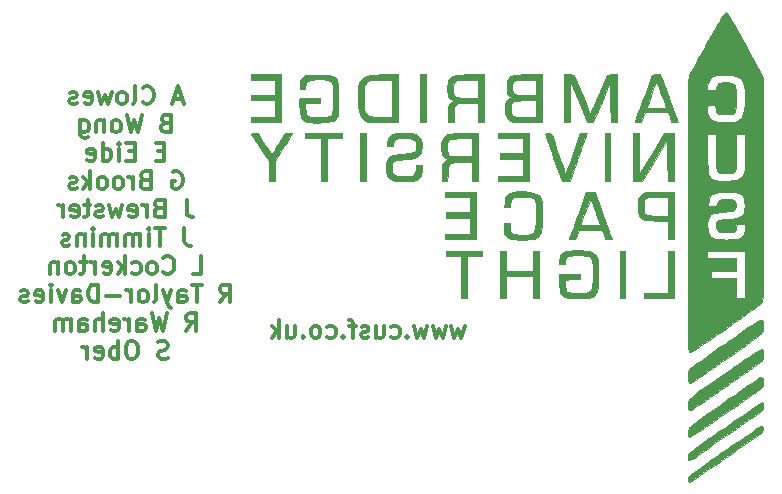
<source format=gbo>
G04 #@! TF.FileFunction,Legend,Bot*
%FSLAX46Y46*%
G04 Gerber Fmt 4.6, Leading zero omitted, Abs format (unit mm)*
G04 Created by KiCad (PCBNEW 4.0.0-rc1-stable) date 20/01/2016 16:24:11*
%MOMM*%
G01*
G04 APERTURE LIST*
%ADD10C,0.100000*%
%ADD11C,0.300000*%
G04 APERTURE END LIST*
D10*
D11*
X197928572Y-113178571D02*
X197642858Y-114178571D01*
X197357144Y-113464286D01*
X197071429Y-114178571D01*
X196785715Y-113178571D01*
X196357143Y-113178571D02*
X196071429Y-114178571D01*
X195785715Y-113464286D01*
X195500000Y-114178571D01*
X195214286Y-113178571D01*
X194785714Y-113178571D02*
X194500000Y-114178571D01*
X194214286Y-113464286D01*
X193928571Y-114178571D01*
X193642857Y-113178571D01*
X193071428Y-114035714D02*
X193000000Y-114107143D01*
X193071428Y-114178571D01*
X193142857Y-114107143D01*
X193071428Y-114035714D01*
X193071428Y-114178571D01*
X191714285Y-114107143D02*
X191857142Y-114178571D01*
X192142856Y-114178571D01*
X192285714Y-114107143D01*
X192357142Y-114035714D01*
X192428571Y-113892857D01*
X192428571Y-113464286D01*
X192357142Y-113321429D01*
X192285714Y-113250000D01*
X192142856Y-113178571D01*
X191857142Y-113178571D01*
X191714285Y-113250000D01*
X190428571Y-113178571D02*
X190428571Y-114178571D01*
X191071428Y-113178571D02*
X191071428Y-113964286D01*
X191000000Y-114107143D01*
X190857142Y-114178571D01*
X190642857Y-114178571D01*
X190500000Y-114107143D01*
X190428571Y-114035714D01*
X189785714Y-114107143D02*
X189642857Y-114178571D01*
X189357142Y-114178571D01*
X189214285Y-114107143D01*
X189142857Y-113964286D01*
X189142857Y-113892857D01*
X189214285Y-113750000D01*
X189357142Y-113678571D01*
X189571428Y-113678571D01*
X189714285Y-113607143D01*
X189785714Y-113464286D01*
X189785714Y-113392857D01*
X189714285Y-113250000D01*
X189571428Y-113178571D01*
X189357142Y-113178571D01*
X189214285Y-113250000D01*
X188714285Y-113178571D02*
X188142856Y-113178571D01*
X188499999Y-114178571D02*
X188499999Y-112892857D01*
X188428571Y-112750000D01*
X188285713Y-112678571D01*
X188142856Y-112678571D01*
X187642856Y-114035714D02*
X187571428Y-114107143D01*
X187642856Y-114178571D01*
X187714285Y-114107143D01*
X187642856Y-114035714D01*
X187642856Y-114178571D01*
X186285713Y-114107143D02*
X186428570Y-114178571D01*
X186714284Y-114178571D01*
X186857142Y-114107143D01*
X186928570Y-114035714D01*
X186999999Y-113892857D01*
X186999999Y-113464286D01*
X186928570Y-113321429D01*
X186857142Y-113250000D01*
X186714284Y-113178571D01*
X186428570Y-113178571D01*
X186285713Y-113250000D01*
X185428570Y-114178571D02*
X185571428Y-114107143D01*
X185642856Y-114035714D01*
X185714285Y-113892857D01*
X185714285Y-113464286D01*
X185642856Y-113321429D01*
X185571428Y-113250000D01*
X185428570Y-113178571D01*
X185214285Y-113178571D01*
X185071428Y-113250000D01*
X184999999Y-113321429D01*
X184928570Y-113464286D01*
X184928570Y-113892857D01*
X184999999Y-114035714D01*
X185071428Y-114107143D01*
X185214285Y-114178571D01*
X185428570Y-114178571D01*
X184285713Y-114035714D02*
X184214285Y-114107143D01*
X184285713Y-114178571D01*
X184357142Y-114107143D01*
X184285713Y-114035714D01*
X184285713Y-114178571D01*
X182928570Y-113178571D02*
X182928570Y-114178571D01*
X183571427Y-113178571D02*
X183571427Y-113964286D01*
X183499999Y-114107143D01*
X183357141Y-114178571D01*
X183142856Y-114178571D01*
X182999999Y-114107143D01*
X182928570Y-114035714D01*
X182214284Y-114178571D02*
X182214284Y-112678571D01*
X182071427Y-113607143D02*
X181642856Y-114178571D01*
X181642856Y-113178571D02*
X182214284Y-113750000D01*
X174035714Y-93950000D02*
X173321428Y-93950000D01*
X174178571Y-94378571D02*
X173678571Y-92878571D01*
X173178571Y-94378571D01*
X170678571Y-94235714D02*
X170750000Y-94307143D01*
X170964286Y-94378571D01*
X171107143Y-94378571D01*
X171321428Y-94307143D01*
X171464286Y-94164286D01*
X171535714Y-94021429D01*
X171607143Y-93735714D01*
X171607143Y-93521429D01*
X171535714Y-93235714D01*
X171464286Y-93092857D01*
X171321428Y-92950000D01*
X171107143Y-92878571D01*
X170964286Y-92878571D01*
X170750000Y-92950000D01*
X170678571Y-93021429D01*
X169821428Y-94378571D02*
X169964286Y-94307143D01*
X170035714Y-94164286D01*
X170035714Y-92878571D01*
X169035714Y-94378571D02*
X169178572Y-94307143D01*
X169250000Y-94235714D01*
X169321429Y-94092857D01*
X169321429Y-93664286D01*
X169250000Y-93521429D01*
X169178572Y-93450000D01*
X169035714Y-93378571D01*
X168821429Y-93378571D01*
X168678572Y-93450000D01*
X168607143Y-93521429D01*
X168535714Y-93664286D01*
X168535714Y-94092857D01*
X168607143Y-94235714D01*
X168678572Y-94307143D01*
X168821429Y-94378571D01*
X169035714Y-94378571D01*
X168035714Y-93378571D02*
X167750000Y-94378571D01*
X167464286Y-93664286D01*
X167178571Y-94378571D01*
X166892857Y-93378571D01*
X165750000Y-94307143D02*
X165892857Y-94378571D01*
X166178571Y-94378571D01*
X166321428Y-94307143D01*
X166392857Y-94164286D01*
X166392857Y-93592857D01*
X166321428Y-93450000D01*
X166178571Y-93378571D01*
X165892857Y-93378571D01*
X165750000Y-93450000D01*
X165678571Y-93592857D01*
X165678571Y-93735714D01*
X166392857Y-93878571D01*
X165107143Y-94307143D02*
X164964286Y-94378571D01*
X164678571Y-94378571D01*
X164535714Y-94307143D01*
X164464286Y-94164286D01*
X164464286Y-94092857D01*
X164535714Y-93950000D01*
X164678571Y-93878571D01*
X164892857Y-93878571D01*
X165035714Y-93807143D01*
X165107143Y-93664286D01*
X165107143Y-93592857D01*
X165035714Y-93450000D01*
X164892857Y-93378571D01*
X164678571Y-93378571D01*
X164535714Y-93450000D01*
X172607143Y-95992857D02*
X172392857Y-96064286D01*
X172321429Y-96135714D01*
X172250000Y-96278571D01*
X172250000Y-96492857D01*
X172321429Y-96635714D01*
X172392857Y-96707143D01*
X172535715Y-96778571D01*
X173107143Y-96778571D01*
X173107143Y-95278571D01*
X172607143Y-95278571D01*
X172464286Y-95350000D01*
X172392857Y-95421429D01*
X172321429Y-95564286D01*
X172321429Y-95707143D01*
X172392857Y-95850000D01*
X172464286Y-95921429D01*
X172607143Y-95992857D01*
X173107143Y-95992857D01*
X170607143Y-95278571D02*
X170250000Y-96778571D01*
X169964286Y-95707143D01*
X169678572Y-96778571D01*
X169321429Y-95278571D01*
X168535714Y-96778571D02*
X168678572Y-96707143D01*
X168750000Y-96635714D01*
X168821429Y-96492857D01*
X168821429Y-96064286D01*
X168750000Y-95921429D01*
X168678572Y-95850000D01*
X168535714Y-95778571D01*
X168321429Y-95778571D01*
X168178572Y-95850000D01*
X168107143Y-95921429D01*
X168035714Y-96064286D01*
X168035714Y-96492857D01*
X168107143Y-96635714D01*
X168178572Y-96707143D01*
X168321429Y-96778571D01*
X168535714Y-96778571D01*
X167392857Y-95778571D02*
X167392857Y-96778571D01*
X167392857Y-95921429D02*
X167321429Y-95850000D01*
X167178571Y-95778571D01*
X166964286Y-95778571D01*
X166821429Y-95850000D01*
X166750000Y-95992857D01*
X166750000Y-96778571D01*
X165392857Y-95778571D02*
X165392857Y-96992857D01*
X165464286Y-97135714D01*
X165535714Y-97207143D01*
X165678571Y-97278571D01*
X165892857Y-97278571D01*
X166035714Y-97207143D01*
X165392857Y-96707143D02*
X165535714Y-96778571D01*
X165821428Y-96778571D01*
X165964286Y-96707143D01*
X166035714Y-96635714D01*
X166107143Y-96492857D01*
X166107143Y-96064286D01*
X166035714Y-95921429D01*
X165964286Y-95850000D01*
X165821428Y-95778571D01*
X165535714Y-95778571D01*
X165392857Y-95850000D01*
X172500000Y-98392857D02*
X172000000Y-98392857D01*
X171785714Y-99178571D02*
X172500000Y-99178571D01*
X172500000Y-97678571D01*
X171785714Y-97678571D01*
X170000000Y-98392857D02*
X169500000Y-98392857D01*
X169285714Y-99178571D02*
X170000000Y-99178571D01*
X170000000Y-97678571D01*
X169285714Y-97678571D01*
X168642857Y-99178571D02*
X168642857Y-98178571D01*
X168642857Y-97678571D02*
X168714286Y-97750000D01*
X168642857Y-97821429D01*
X168571429Y-97750000D01*
X168642857Y-97678571D01*
X168642857Y-97821429D01*
X167285714Y-99178571D02*
X167285714Y-97678571D01*
X167285714Y-99107143D02*
X167428571Y-99178571D01*
X167714285Y-99178571D01*
X167857143Y-99107143D01*
X167928571Y-99035714D01*
X168000000Y-98892857D01*
X168000000Y-98464286D01*
X167928571Y-98321429D01*
X167857143Y-98250000D01*
X167714285Y-98178571D01*
X167428571Y-98178571D01*
X167285714Y-98250000D01*
X166000000Y-99107143D02*
X166142857Y-99178571D01*
X166428571Y-99178571D01*
X166571428Y-99107143D01*
X166642857Y-98964286D01*
X166642857Y-98392857D01*
X166571428Y-98250000D01*
X166428571Y-98178571D01*
X166142857Y-98178571D01*
X166000000Y-98250000D01*
X165928571Y-98392857D01*
X165928571Y-98535714D01*
X166642857Y-98678571D01*
X173214286Y-100150000D02*
X173357143Y-100078571D01*
X173571429Y-100078571D01*
X173785714Y-100150000D01*
X173928572Y-100292857D01*
X174000000Y-100435714D01*
X174071429Y-100721429D01*
X174071429Y-100935714D01*
X174000000Y-101221429D01*
X173928572Y-101364286D01*
X173785714Y-101507143D01*
X173571429Y-101578571D01*
X173428572Y-101578571D01*
X173214286Y-101507143D01*
X173142857Y-101435714D01*
X173142857Y-100935714D01*
X173428572Y-100935714D01*
X170857143Y-100792857D02*
X170642857Y-100864286D01*
X170571429Y-100935714D01*
X170500000Y-101078571D01*
X170500000Y-101292857D01*
X170571429Y-101435714D01*
X170642857Y-101507143D01*
X170785715Y-101578571D01*
X171357143Y-101578571D01*
X171357143Y-100078571D01*
X170857143Y-100078571D01*
X170714286Y-100150000D01*
X170642857Y-100221429D01*
X170571429Y-100364286D01*
X170571429Y-100507143D01*
X170642857Y-100650000D01*
X170714286Y-100721429D01*
X170857143Y-100792857D01*
X171357143Y-100792857D01*
X169857143Y-101578571D02*
X169857143Y-100578571D01*
X169857143Y-100864286D02*
X169785715Y-100721429D01*
X169714286Y-100650000D01*
X169571429Y-100578571D01*
X169428572Y-100578571D01*
X168714286Y-101578571D02*
X168857144Y-101507143D01*
X168928572Y-101435714D01*
X169000001Y-101292857D01*
X169000001Y-100864286D01*
X168928572Y-100721429D01*
X168857144Y-100650000D01*
X168714286Y-100578571D01*
X168500001Y-100578571D01*
X168357144Y-100650000D01*
X168285715Y-100721429D01*
X168214286Y-100864286D01*
X168214286Y-101292857D01*
X168285715Y-101435714D01*
X168357144Y-101507143D01*
X168500001Y-101578571D01*
X168714286Y-101578571D01*
X167357143Y-101578571D02*
X167500001Y-101507143D01*
X167571429Y-101435714D01*
X167642858Y-101292857D01*
X167642858Y-100864286D01*
X167571429Y-100721429D01*
X167500001Y-100650000D01*
X167357143Y-100578571D01*
X167142858Y-100578571D01*
X167000001Y-100650000D01*
X166928572Y-100721429D01*
X166857143Y-100864286D01*
X166857143Y-101292857D01*
X166928572Y-101435714D01*
X167000001Y-101507143D01*
X167142858Y-101578571D01*
X167357143Y-101578571D01*
X166214286Y-101578571D02*
X166214286Y-100078571D01*
X166071429Y-101007143D02*
X165642858Y-101578571D01*
X165642858Y-100578571D02*
X166214286Y-101150000D01*
X165071429Y-101507143D02*
X164928572Y-101578571D01*
X164642857Y-101578571D01*
X164500000Y-101507143D01*
X164428572Y-101364286D01*
X164428572Y-101292857D01*
X164500000Y-101150000D01*
X164642857Y-101078571D01*
X164857143Y-101078571D01*
X165000000Y-101007143D01*
X165071429Y-100864286D01*
X165071429Y-100792857D01*
X165000000Y-100650000D01*
X164857143Y-100578571D01*
X164642857Y-100578571D01*
X164500000Y-100650000D01*
X174392857Y-102478571D02*
X174392857Y-103550000D01*
X174464285Y-103764286D01*
X174607142Y-103907143D01*
X174821428Y-103978571D01*
X174964285Y-103978571D01*
X172035714Y-103192857D02*
X171821428Y-103264286D01*
X171750000Y-103335714D01*
X171678571Y-103478571D01*
X171678571Y-103692857D01*
X171750000Y-103835714D01*
X171821428Y-103907143D01*
X171964286Y-103978571D01*
X172535714Y-103978571D01*
X172535714Y-102478571D01*
X172035714Y-102478571D01*
X171892857Y-102550000D01*
X171821428Y-102621429D01*
X171750000Y-102764286D01*
X171750000Y-102907143D01*
X171821428Y-103050000D01*
X171892857Y-103121429D01*
X172035714Y-103192857D01*
X172535714Y-103192857D01*
X171035714Y-103978571D02*
X171035714Y-102978571D01*
X171035714Y-103264286D02*
X170964286Y-103121429D01*
X170892857Y-103050000D01*
X170750000Y-102978571D01*
X170607143Y-102978571D01*
X169535715Y-103907143D02*
X169678572Y-103978571D01*
X169964286Y-103978571D01*
X170107143Y-103907143D01*
X170178572Y-103764286D01*
X170178572Y-103192857D01*
X170107143Y-103050000D01*
X169964286Y-102978571D01*
X169678572Y-102978571D01*
X169535715Y-103050000D01*
X169464286Y-103192857D01*
X169464286Y-103335714D01*
X170178572Y-103478571D01*
X168964286Y-102978571D02*
X168678572Y-103978571D01*
X168392858Y-103264286D01*
X168107143Y-103978571D01*
X167821429Y-102978571D01*
X167321429Y-103907143D02*
X167178572Y-103978571D01*
X166892857Y-103978571D01*
X166750000Y-103907143D01*
X166678572Y-103764286D01*
X166678572Y-103692857D01*
X166750000Y-103550000D01*
X166892857Y-103478571D01*
X167107143Y-103478571D01*
X167250000Y-103407143D01*
X167321429Y-103264286D01*
X167321429Y-103192857D01*
X167250000Y-103050000D01*
X167107143Y-102978571D01*
X166892857Y-102978571D01*
X166750000Y-103050000D01*
X166250000Y-102978571D02*
X165678571Y-102978571D01*
X166035714Y-102478571D02*
X166035714Y-103764286D01*
X165964286Y-103907143D01*
X165821428Y-103978571D01*
X165678571Y-103978571D01*
X164607143Y-103907143D02*
X164750000Y-103978571D01*
X165035714Y-103978571D01*
X165178571Y-103907143D01*
X165250000Y-103764286D01*
X165250000Y-103192857D01*
X165178571Y-103050000D01*
X165035714Y-102978571D01*
X164750000Y-102978571D01*
X164607143Y-103050000D01*
X164535714Y-103192857D01*
X164535714Y-103335714D01*
X165250000Y-103478571D01*
X163892857Y-103978571D02*
X163892857Y-102978571D01*
X163892857Y-103264286D02*
X163821429Y-103121429D01*
X163750000Y-103050000D01*
X163607143Y-102978571D01*
X163464286Y-102978571D01*
X174178572Y-104878571D02*
X174178572Y-105950000D01*
X174250000Y-106164286D01*
X174392857Y-106307143D01*
X174607143Y-106378571D01*
X174750000Y-106378571D01*
X172535715Y-104878571D02*
X171678572Y-104878571D01*
X172107143Y-106378571D02*
X172107143Y-104878571D01*
X171178572Y-106378571D02*
X171178572Y-105378571D01*
X171178572Y-104878571D02*
X171250001Y-104950000D01*
X171178572Y-105021429D01*
X171107144Y-104950000D01*
X171178572Y-104878571D01*
X171178572Y-105021429D01*
X170464286Y-106378571D02*
X170464286Y-105378571D01*
X170464286Y-105521429D02*
X170392858Y-105450000D01*
X170250000Y-105378571D01*
X170035715Y-105378571D01*
X169892858Y-105450000D01*
X169821429Y-105592857D01*
X169821429Y-106378571D01*
X169821429Y-105592857D02*
X169750000Y-105450000D01*
X169607143Y-105378571D01*
X169392858Y-105378571D01*
X169250000Y-105450000D01*
X169178572Y-105592857D01*
X169178572Y-106378571D01*
X168464286Y-106378571D02*
X168464286Y-105378571D01*
X168464286Y-105521429D02*
X168392858Y-105450000D01*
X168250000Y-105378571D01*
X168035715Y-105378571D01*
X167892858Y-105450000D01*
X167821429Y-105592857D01*
X167821429Y-106378571D01*
X167821429Y-105592857D02*
X167750000Y-105450000D01*
X167607143Y-105378571D01*
X167392858Y-105378571D01*
X167250000Y-105450000D01*
X167178572Y-105592857D01*
X167178572Y-106378571D01*
X166464286Y-106378571D02*
X166464286Y-105378571D01*
X166464286Y-104878571D02*
X166535715Y-104950000D01*
X166464286Y-105021429D01*
X166392858Y-104950000D01*
X166464286Y-104878571D01*
X166464286Y-105021429D01*
X165750000Y-105378571D02*
X165750000Y-106378571D01*
X165750000Y-105521429D02*
X165678572Y-105450000D01*
X165535714Y-105378571D01*
X165321429Y-105378571D01*
X165178572Y-105450000D01*
X165107143Y-105592857D01*
X165107143Y-106378571D01*
X164464286Y-106307143D02*
X164321429Y-106378571D01*
X164035714Y-106378571D01*
X163892857Y-106307143D01*
X163821429Y-106164286D01*
X163821429Y-106092857D01*
X163892857Y-105950000D01*
X164035714Y-105878571D01*
X164250000Y-105878571D01*
X164392857Y-105807143D01*
X164464286Y-105664286D01*
X164464286Y-105592857D01*
X164392857Y-105450000D01*
X164250000Y-105378571D01*
X164035714Y-105378571D01*
X163892857Y-105450000D01*
X174928571Y-108778571D02*
X175642857Y-108778571D01*
X175642857Y-107278571D01*
X172428571Y-108635714D02*
X172500000Y-108707143D01*
X172714286Y-108778571D01*
X172857143Y-108778571D01*
X173071428Y-108707143D01*
X173214286Y-108564286D01*
X173285714Y-108421429D01*
X173357143Y-108135714D01*
X173357143Y-107921429D01*
X173285714Y-107635714D01*
X173214286Y-107492857D01*
X173071428Y-107350000D01*
X172857143Y-107278571D01*
X172714286Y-107278571D01*
X172500000Y-107350000D01*
X172428571Y-107421429D01*
X171571428Y-108778571D02*
X171714286Y-108707143D01*
X171785714Y-108635714D01*
X171857143Y-108492857D01*
X171857143Y-108064286D01*
X171785714Y-107921429D01*
X171714286Y-107850000D01*
X171571428Y-107778571D01*
X171357143Y-107778571D01*
X171214286Y-107850000D01*
X171142857Y-107921429D01*
X171071428Y-108064286D01*
X171071428Y-108492857D01*
X171142857Y-108635714D01*
X171214286Y-108707143D01*
X171357143Y-108778571D01*
X171571428Y-108778571D01*
X169785714Y-108707143D02*
X169928571Y-108778571D01*
X170214285Y-108778571D01*
X170357143Y-108707143D01*
X170428571Y-108635714D01*
X170500000Y-108492857D01*
X170500000Y-108064286D01*
X170428571Y-107921429D01*
X170357143Y-107850000D01*
X170214285Y-107778571D01*
X169928571Y-107778571D01*
X169785714Y-107850000D01*
X169142857Y-108778571D02*
X169142857Y-107278571D01*
X169000000Y-108207143D02*
X168571429Y-108778571D01*
X168571429Y-107778571D02*
X169142857Y-108350000D01*
X167357143Y-108707143D02*
X167500000Y-108778571D01*
X167785714Y-108778571D01*
X167928571Y-108707143D01*
X168000000Y-108564286D01*
X168000000Y-107992857D01*
X167928571Y-107850000D01*
X167785714Y-107778571D01*
X167500000Y-107778571D01*
X167357143Y-107850000D01*
X167285714Y-107992857D01*
X167285714Y-108135714D01*
X168000000Y-108278571D01*
X166642857Y-108778571D02*
X166642857Y-107778571D01*
X166642857Y-108064286D02*
X166571429Y-107921429D01*
X166500000Y-107850000D01*
X166357143Y-107778571D01*
X166214286Y-107778571D01*
X165928572Y-107778571D02*
X165357143Y-107778571D01*
X165714286Y-107278571D02*
X165714286Y-108564286D01*
X165642858Y-108707143D01*
X165500000Y-108778571D01*
X165357143Y-108778571D01*
X164642857Y-108778571D02*
X164785715Y-108707143D01*
X164857143Y-108635714D01*
X164928572Y-108492857D01*
X164928572Y-108064286D01*
X164857143Y-107921429D01*
X164785715Y-107850000D01*
X164642857Y-107778571D01*
X164428572Y-107778571D01*
X164285715Y-107850000D01*
X164214286Y-107921429D01*
X164142857Y-108064286D01*
X164142857Y-108492857D01*
X164214286Y-108635714D01*
X164285715Y-108707143D01*
X164428572Y-108778571D01*
X164642857Y-108778571D01*
X163500000Y-107778571D02*
X163500000Y-108778571D01*
X163500000Y-107921429D02*
X163428572Y-107850000D01*
X163285714Y-107778571D01*
X163071429Y-107778571D01*
X162928572Y-107850000D01*
X162857143Y-107992857D01*
X162857143Y-108778571D01*
X177249999Y-111178571D02*
X177749999Y-110464286D01*
X178107142Y-111178571D02*
X178107142Y-109678571D01*
X177535714Y-109678571D01*
X177392856Y-109750000D01*
X177321428Y-109821429D01*
X177249999Y-109964286D01*
X177249999Y-110178571D01*
X177321428Y-110321429D01*
X177392856Y-110392857D01*
X177535714Y-110464286D01*
X178107142Y-110464286D01*
X175678571Y-109678571D02*
X174821428Y-109678571D01*
X175249999Y-111178571D02*
X175249999Y-109678571D01*
X173678571Y-111178571D02*
X173678571Y-110392857D01*
X173750000Y-110250000D01*
X173892857Y-110178571D01*
X174178571Y-110178571D01*
X174321428Y-110250000D01*
X173678571Y-111107143D02*
X173821428Y-111178571D01*
X174178571Y-111178571D01*
X174321428Y-111107143D01*
X174392857Y-110964286D01*
X174392857Y-110821429D01*
X174321428Y-110678571D01*
X174178571Y-110607143D01*
X173821428Y-110607143D01*
X173678571Y-110535714D01*
X173107142Y-110178571D02*
X172749999Y-111178571D01*
X172392857Y-110178571D02*
X172749999Y-111178571D01*
X172892857Y-111535714D01*
X172964285Y-111607143D01*
X173107142Y-111678571D01*
X171607142Y-111178571D02*
X171750000Y-111107143D01*
X171821428Y-110964286D01*
X171821428Y-109678571D01*
X170821428Y-111178571D02*
X170964286Y-111107143D01*
X171035714Y-111035714D01*
X171107143Y-110892857D01*
X171107143Y-110464286D01*
X171035714Y-110321429D01*
X170964286Y-110250000D01*
X170821428Y-110178571D01*
X170607143Y-110178571D01*
X170464286Y-110250000D01*
X170392857Y-110321429D01*
X170321428Y-110464286D01*
X170321428Y-110892857D01*
X170392857Y-111035714D01*
X170464286Y-111107143D01*
X170607143Y-111178571D01*
X170821428Y-111178571D01*
X169678571Y-111178571D02*
X169678571Y-110178571D01*
X169678571Y-110464286D02*
X169607143Y-110321429D01*
X169535714Y-110250000D01*
X169392857Y-110178571D01*
X169250000Y-110178571D01*
X168750000Y-110607143D02*
X167607143Y-110607143D01*
X166892857Y-111178571D02*
X166892857Y-109678571D01*
X166535714Y-109678571D01*
X166321429Y-109750000D01*
X166178571Y-109892857D01*
X166107143Y-110035714D01*
X166035714Y-110321429D01*
X166035714Y-110535714D01*
X166107143Y-110821429D01*
X166178571Y-110964286D01*
X166321429Y-111107143D01*
X166535714Y-111178571D01*
X166892857Y-111178571D01*
X164750000Y-111178571D02*
X164750000Y-110392857D01*
X164821429Y-110250000D01*
X164964286Y-110178571D01*
X165250000Y-110178571D01*
X165392857Y-110250000D01*
X164750000Y-111107143D02*
X164892857Y-111178571D01*
X165250000Y-111178571D01*
X165392857Y-111107143D01*
X165464286Y-110964286D01*
X165464286Y-110821429D01*
X165392857Y-110678571D01*
X165250000Y-110607143D01*
X164892857Y-110607143D01*
X164750000Y-110535714D01*
X164178571Y-110178571D02*
X163821428Y-111178571D01*
X163464286Y-110178571D01*
X162892857Y-111178571D02*
X162892857Y-110178571D01*
X162892857Y-109678571D02*
X162964286Y-109750000D01*
X162892857Y-109821429D01*
X162821429Y-109750000D01*
X162892857Y-109678571D01*
X162892857Y-109821429D01*
X161607143Y-111107143D02*
X161750000Y-111178571D01*
X162035714Y-111178571D01*
X162178571Y-111107143D01*
X162250000Y-110964286D01*
X162250000Y-110392857D01*
X162178571Y-110250000D01*
X162035714Y-110178571D01*
X161750000Y-110178571D01*
X161607143Y-110250000D01*
X161535714Y-110392857D01*
X161535714Y-110535714D01*
X162250000Y-110678571D01*
X160964286Y-111107143D02*
X160821429Y-111178571D01*
X160535714Y-111178571D01*
X160392857Y-111107143D01*
X160321429Y-110964286D01*
X160321429Y-110892857D01*
X160392857Y-110750000D01*
X160535714Y-110678571D01*
X160750000Y-110678571D01*
X160892857Y-110607143D01*
X160964286Y-110464286D01*
X160964286Y-110392857D01*
X160892857Y-110250000D01*
X160750000Y-110178571D01*
X160535714Y-110178571D01*
X160392857Y-110250000D01*
X174357142Y-113578571D02*
X174857142Y-112864286D01*
X175214285Y-113578571D02*
X175214285Y-112078571D01*
X174642857Y-112078571D01*
X174499999Y-112150000D01*
X174428571Y-112221429D01*
X174357142Y-112364286D01*
X174357142Y-112578571D01*
X174428571Y-112721429D01*
X174499999Y-112792857D01*
X174642857Y-112864286D01*
X175214285Y-112864286D01*
X172714285Y-112078571D02*
X172357142Y-113578571D01*
X172071428Y-112507143D01*
X171785714Y-113578571D01*
X171428571Y-112078571D01*
X170214285Y-113578571D02*
X170214285Y-112792857D01*
X170285714Y-112650000D01*
X170428571Y-112578571D01*
X170714285Y-112578571D01*
X170857142Y-112650000D01*
X170214285Y-113507143D02*
X170357142Y-113578571D01*
X170714285Y-113578571D01*
X170857142Y-113507143D01*
X170928571Y-113364286D01*
X170928571Y-113221429D01*
X170857142Y-113078571D01*
X170714285Y-113007143D01*
X170357142Y-113007143D01*
X170214285Y-112935714D01*
X169499999Y-113578571D02*
X169499999Y-112578571D01*
X169499999Y-112864286D02*
X169428571Y-112721429D01*
X169357142Y-112650000D01*
X169214285Y-112578571D01*
X169071428Y-112578571D01*
X168000000Y-113507143D02*
X168142857Y-113578571D01*
X168428571Y-113578571D01*
X168571428Y-113507143D01*
X168642857Y-113364286D01*
X168642857Y-112792857D01*
X168571428Y-112650000D01*
X168428571Y-112578571D01*
X168142857Y-112578571D01*
X168000000Y-112650000D01*
X167928571Y-112792857D01*
X167928571Y-112935714D01*
X168642857Y-113078571D01*
X167285714Y-113578571D02*
X167285714Y-112078571D01*
X166642857Y-113578571D02*
X166642857Y-112792857D01*
X166714286Y-112650000D01*
X166857143Y-112578571D01*
X167071428Y-112578571D01*
X167214286Y-112650000D01*
X167285714Y-112721429D01*
X165285714Y-113578571D02*
X165285714Y-112792857D01*
X165357143Y-112650000D01*
X165500000Y-112578571D01*
X165785714Y-112578571D01*
X165928571Y-112650000D01*
X165285714Y-113507143D02*
X165428571Y-113578571D01*
X165785714Y-113578571D01*
X165928571Y-113507143D01*
X166000000Y-113364286D01*
X166000000Y-113221429D01*
X165928571Y-113078571D01*
X165785714Y-113007143D01*
X165428571Y-113007143D01*
X165285714Y-112935714D01*
X164571428Y-113578571D02*
X164571428Y-112578571D01*
X164571428Y-112721429D02*
X164500000Y-112650000D01*
X164357142Y-112578571D01*
X164142857Y-112578571D01*
X164000000Y-112650000D01*
X163928571Y-112792857D01*
X163928571Y-113578571D01*
X163928571Y-112792857D02*
X163857142Y-112650000D01*
X163714285Y-112578571D01*
X163500000Y-112578571D01*
X163357142Y-112650000D01*
X163285714Y-112792857D01*
X163285714Y-113578571D01*
X172821428Y-115907143D02*
X172607142Y-115978571D01*
X172249999Y-115978571D01*
X172107142Y-115907143D01*
X172035713Y-115835714D01*
X171964285Y-115692857D01*
X171964285Y-115550000D01*
X172035713Y-115407143D01*
X172107142Y-115335714D01*
X172249999Y-115264286D01*
X172535713Y-115192857D01*
X172678571Y-115121429D01*
X172749999Y-115050000D01*
X172821428Y-114907143D01*
X172821428Y-114764286D01*
X172749999Y-114621429D01*
X172678571Y-114550000D01*
X172535713Y-114478571D01*
X172178571Y-114478571D01*
X171964285Y-114550000D01*
X169892857Y-114478571D02*
X169607143Y-114478571D01*
X169464285Y-114550000D01*
X169321428Y-114692857D01*
X169250000Y-114978571D01*
X169250000Y-115478571D01*
X169321428Y-115764286D01*
X169464285Y-115907143D01*
X169607143Y-115978571D01*
X169892857Y-115978571D01*
X170035714Y-115907143D01*
X170178571Y-115764286D01*
X170250000Y-115478571D01*
X170250000Y-114978571D01*
X170178571Y-114692857D01*
X170035714Y-114550000D01*
X169892857Y-114478571D01*
X168607142Y-115978571D02*
X168607142Y-114478571D01*
X168607142Y-115050000D02*
X168464285Y-114978571D01*
X168178571Y-114978571D01*
X168035714Y-115050000D01*
X167964285Y-115121429D01*
X167892856Y-115264286D01*
X167892856Y-115692857D01*
X167964285Y-115835714D01*
X168035714Y-115907143D01*
X168178571Y-115978571D01*
X168464285Y-115978571D01*
X168607142Y-115907143D01*
X166678571Y-115907143D02*
X166821428Y-115978571D01*
X167107142Y-115978571D01*
X167249999Y-115907143D01*
X167321428Y-115764286D01*
X167321428Y-115192857D01*
X167249999Y-115050000D01*
X167107142Y-114978571D01*
X166821428Y-114978571D01*
X166678571Y-115050000D01*
X166607142Y-115192857D01*
X166607142Y-115335714D01*
X167321428Y-115478571D01*
X165964285Y-115978571D02*
X165964285Y-114978571D01*
X165964285Y-115264286D02*
X165892857Y-115121429D01*
X165821428Y-115050000D01*
X165678571Y-114978571D01*
X165535714Y-114978571D01*
D10*
G36*
X223191600Y-121846618D02*
X223185797Y-121939916D01*
X223161919Y-122025134D01*
X223110259Y-122111684D01*
X223021113Y-122208977D01*
X222884773Y-122326426D01*
X222691533Y-122473443D01*
X222431690Y-122659439D01*
X222152283Y-122854466D01*
X221966525Y-122983452D01*
X221708897Y-123162429D01*
X221390938Y-123383375D01*
X221024189Y-123638269D01*
X220620189Y-123919091D01*
X220190479Y-124217820D01*
X219746597Y-124526434D01*
X219300084Y-124836912D01*
X219272395Y-124856167D01*
X218716928Y-125240872D01*
X218241504Y-125566741D01*
X217844233Y-125835017D01*
X217523220Y-126046939D01*
X217276574Y-126203748D01*
X217102403Y-126306683D01*
X216998813Y-126356985D01*
X216973695Y-126362800D01*
X216884882Y-126350547D01*
X216848234Y-126293754D01*
X216841600Y-126183032D01*
X216862666Y-126044156D01*
X216938115Y-125912124D01*
X217032100Y-125805333D01*
X217114590Y-125733994D01*
X217269585Y-125614146D01*
X217488850Y-125451471D01*
X217764154Y-125251650D01*
X218087264Y-125020366D01*
X218449946Y-124763299D01*
X218843968Y-124486131D01*
X219261098Y-124194544D01*
X219693101Y-123894219D01*
X220131747Y-123590838D01*
X220568801Y-123290081D01*
X220996031Y-122997631D01*
X221405204Y-122719169D01*
X221788088Y-122460377D01*
X222136450Y-122226936D01*
X222442056Y-122024528D01*
X222696675Y-121858834D01*
X222892072Y-121735535D01*
X223020017Y-121660314D01*
X223070191Y-121638400D01*
X223147867Y-121650076D01*
X223182863Y-121703820D01*
X223191548Y-121827706D01*
X223191600Y-121846618D01*
X223191600Y-121846618D01*
X223191600Y-121846618D01*
G37*
X223191600Y-121846618D02*
X223185797Y-121939916D01*
X223161919Y-122025134D01*
X223110259Y-122111684D01*
X223021113Y-122208977D01*
X222884773Y-122326426D01*
X222691533Y-122473443D01*
X222431690Y-122659439D01*
X222152283Y-122854466D01*
X221966525Y-122983452D01*
X221708897Y-123162429D01*
X221390938Y-123383375D01*
X221024189Y-123638269D01*
X220620189Y-123919091D01*
X220190479Y-124217820D01*
X219746597Y-124526434D01*
X219300084Y-124836912D01*
X219272395Y-124856167D01*
X218716928Y-125240872D01*
X218241504Y-125566741D01*
X217844233Y-125835017D01*
X217523220Y-126046939D01*
X217276574Y-126203748D01*
X217102403Y-126306683D01*
X216998813Y-126356985D01*
X216973695Y-126362800D01*
X216884882Y-126350547D01*
X216848234Y-126293754D01*
X216841600Y-126183032D01*
X216862666Y-126044156D01*
X216938115Y-125912124D01*
X217032100Y-125805333D01*
X217114590Y-125733994D01*
X217269585Y-125614146D01*
X217488850Y-125451471D01*
X217764154Y-125251650D01*
X218087264Y-125020366D01*
X218449946Y-124763299D01*
X218843968Y-124486131D01*
X219261098Y-124194544D01*
X219693101Y-123894219D01*
X220131747Y-123590838D01*
X220568801Y-123290081D01*
X220996031Y-122997631D01*
X221405204Y-122719169D01*
X221788088Y-122460377D01*
X222136450Y-122226936D01*
X222442056Y-122024528D01*
X222696675Y-121858834D01*
X222892072Y-121735535D01*
X223020017Y-121660314D01*
X223070191Y-121638400D01*
X223147867Y-121650076D01*
X223182863Y-121703820D01*
X223191548Y-121827706D01*
X223191600Y-121846618D01*
X223191600Y-121846618D01*
G36*
X223191600Y-119941618D02*
X223184316Y-120117303D01*
X223153374Y-120231507D01*
X223085142Y-120323853D01*
X223047389Y-120360718D01*
X222973520Y-120419871D01*
X222826306Y-120529356D01*
X222616034Y-120681820D01*
X222352994Y-120869907D01*
X222047473Y-121086262D01*
X221709760Y-121323531D01*
X221350144Y-121574358D01*
X221332889Y-121586348D01*
X220635519Y-122070875D01*
X220016828Y-122500675D01*
X219471992Y-122878901D01*
X218996189Y-123208707D01*
X218584595Y-123493244D01*
X218232386Y-123735666D01*
X217934741Y-123939125D01*
X217686835Y-124106775D01*
X217483846Y-124241769D01*
X217320950Y-124347258D01*
X217193325Y-124426396D01*
X217096147Y-124482337D01*
X217024592Y-124518232D01*
X216973839Y-124537234D01*
X216939064Y-124542497D01*
X216915443Y-124537173D01*
X216898153Y-124524416D01*
X216882372Y-124507377D01*
X216875466Y-124500133D01*
X216840961Y-124404999D01*
X216845163Y-124256039D01*
X216882693Y-124090966D01*
X216948176Y-123947492D01*
X216955900Y-123936006D01*
X217015988Y-123880176D01*
X217150733Y-123773768D01*
X217352011Y-123622443D01*
X217611702Y-123431858D01*
X217921682Y-123207673D01*
X218273831Y-122955548D01*
X218660025Y-122681142D01*
X219072144Y-122390113D01*
X219502065Y-122088122D01*
X219941666Y-121780828D01*
X220382825Y-121473889D01*
X220817420Y-121172965D01*
X221237330Y-120883715D01*
X221634431Y-120611799D01*
X222000603Y-120362875D01*
X222327723Y-120142604D01*
X222607670Y-119956644D01*
X222832320Y-119810654D01*
X222993553Y-119710294D01*
X223083247Y-119661223D01*
X223096705Y-119657200D01*
X223151461Y-119671213D01*
X223180199Y-119728850D01*
X223190724Y-119853504D01*
X223191600Y-119941618D01*
X223191600Y-119941618D01*
X223191600Y-119941618D01*
G37*
X223191600Y-119941618D02*
X223184316Y-120117303D01*
X223153374Y-120231507D01*
X223085142Y-120323853D01*
X223047389Y-120360718D01*
X222973520Y-120419871D01*
X222826306Y-120529356D01*
X222616034Y-120681820D01*
X222352994Y-120869907D01*
X222047473Y-121086262D01*
X221709760Y-121323531D01*
X221350144Y-121574358D01*
X221332889Y-121586348D01*
X220635519Y-122070875D01*
X220016828Y-122500675D01*
X219471992Y-122878901D01*
X218996189Y-123208707D01*
X218584595Y-123493244D01*
X218232386Y-123735666D01*
X217934741Y-123939125D01*
X217686835Y-124106775D01*
X217483846Y-124241769D01*
X217320950Y-124347258D01*
X217193325Y-124426396D01*
X217096147Y-124482337D01*
X217024592Y-124518232D01*
X216973839Y-124537234D01*
X216939064Y-124542497D01*
X216915443Y-124537173D01*
X216898153Y-124524416D01*
X216882372Y-124507377D01*
X216875466Y-124500133D01*
X216840961Y-124404999D01*
X216845163Y-124256039D01*
X216882693Y-124090966D01*
X216948176Y-123947492D01*
X216955900Y-123936006D01*
X217015988Y-123880176D01*
X217150733Y-123773768D01*
X217352011Y-123622443D01*
X217611702Y-123431858D01*
X217921682Y-123207673D01*
X218273831Y-122955548D01*
X218660025Y-122681142D01*
X219072144Y-122390113D01*
X219502065Y-122088122D01*
X219941666Y-121780828D01*
X220382825Y-121473889D01*
X220817420Y-121172965D01*
X221237330Y-120883715D01*
X221634431Y-120611799D01*
X222000603Y-120362875D01*
X222327723Y-120142604D01*
X222607670Y-119956644D01*
X222832320Y-119810654D01*
X222993553Y-119710294D01*
X223083247Y-119661223D01*
X223096705Y-119657200D01*
X223151461Y-119671213D01*
X223180199Y-119728850D01*
X223190724Y-119853504D01*
X223191600Y-119941618D01*
X223191600Y-119941618D01*
G36*
X223191600Y-117921002D02*
X223187925Y-118109349D01*
X223169410Y-118230216D01*
X223124815Y-118317663D01*
X223042901Y-118405745D01*
X223026500Y-118421306D01*
X222944159Y-118488466D01*
X222789283Y-118604482D01*
X222570157Y-118763647D01*
X222295065Y-118960254D01*
X221972291Y-119188597D01*
X221610120Y-119442968D01*
X221216836Y-119717662D01*
X220800723Y-120006970D01*
X220370067Y-120305186D01*
X219933151Y-120606603D01*
X219498260Y-120905515D01*
X219073678Y-121196214D01*
X218667690Y-121472993D01*
X218288580Y-121730147D01*
X217944632Y-121961967D01*
X217644132Y-122162746D01*
X217395363Y-122326779D01*
X217206609Y-122448358D01*
X217086156Y-122521777D01*
X217044695Y-122541979D01*
X216933889Y-122542800D01*
X216879410Y-122522877D01*
X216846418Y-122431945D01*
X216841800Y-122277885D01*
X216862471Y-122094175D01*
X216905343Y-121914293D01*
X216944887Y-121812713D01*
X216971541Y-121766064D01*
X217011454Y-121714167D01*
X217070662Y-121652541D01*
X217155196Y-121576704D01*
X217271093Y-121482175D01*
X217424384Y-121364472D01*
X217621105Y-121219115D01*
X217867289Y-121041622D01*
X218168971Y-120827512D01*
X218532184Y-120572304D01*
X218962961Y-120271516D01*
X219467338Y-119920666D01*
X219853187Y-119652766D01*
X220333191Y-119319604D01*
X220791259Y-119001564D01*
X221220128Y-118703693D01*
X221612533Y-118431043D01*
X221961213Y-118188662D01*
X222258902Y-117981600D01*
X222498340Y-117814907D01*
X222672261Y-117693632D01*
X222773402Y-117622826D01*
X222793814Y-117608358D01*
X222954572Y-117537321D01*
X223060514Y-117543435D01*
X223130021Y-117567352D01*
X223169290Y-117611687D01*
X223186915Y-117701188D01*
X223191488Y-117860603D01*
X223191600Y-117921002D01*
X223191600Y-117921002D01*
X223191600Y-117921002D01*
G37*
X223191600Y-117921002D02*
X223187925Y-118109349D01*
X223169410Y-118230216D01*
X223124815Y-118317663D01*
X223042901Y-118405745D01*
X223026500Y-118421306D01*
X222944159Y-118488466D01*
X222789283Y-118604482D01*
X222570157Y-118763647D01*
X222295065Y-118960254D01*
X221972291Y-119188597D01*
X221610120Y-119442968D01*
X221216836Y-119717662D01*
X220800723Y-120006970D01*
X220370067Y-120305186D01*
X219933151Y-120606603D01*
X219498260Y-120905515D01*
X219073678Y-121196214D01*
X218667690Y-121472993D01*
X218288580Y-121730147D01*
X217944632Y-121961967D01*
X217644132Y-122162746D01*
X217395363Y-122326779D01*
X217206609Y-122448358D01*
X217086156Y-122521777D01*
X217044695Y-122541979D01*
X216933889Y-122542800D01*
X216879410Y-122522877D01*
X216846418Y-122431945D01*
X216841800Y-122277885D01*
X216862471Y-122094175D01*
X216905343Y-121914293D01*
X216944887Y-121812713D01*
X216971541Y-121766064D01*
X217011454Y-121714167D01*
X217070662Y-121652541D01*
X217155196Y-121576704D01*
X217271093Y-121482175D01*
X217424384Y-121364472D01*
X217621105Y-121219115D01*
X217867289Y-121041622D01*
X218168971Y-120827512D01*
X218532184Y-120572304D01*
X218962961Y-120271516D01*
X219467338Y-119920666D01*
X219853187Y-119652766D01*
X220333191Y-119319604D01*
X220791259Y-119001564D01*
X221220128Y-118703693D01*
X221612533Y-118431043D01*
X221961213Y-118188662D01*
X222258902Y-117981600D01*
X222498340Y-117814907D01*
X222672261Y-117693632D01*
X222773402Y-117622826D01*
X222793814Y-117608358D01*
X222954572Y-117537321D01*
X223060514Y-117543435D01*
X223130021Y-117567352D01*
X223169290Y-117611687D01*
X223186915Y-117701188D01*
X223191488Y-117860603D01*
X223191600Y-117921002D01*
X223191600Y-117921002D01*
G36*
X223191600Y-115592351D02*
X223189235Y-115798770D01*
X223176428Y-115933760D01*
X223144612Y-116027473D01*
X223085218Y-116110063D01*
X223026500Y-116173386D01*
X222955777Y-116232789D01*
X222811360Y-116342230D01*
X222601548Y-116495950D01*
X222334639Y-116688192D01*
X222018933Y-116913196D01*
X221662727Y-117165206D01*
X221274321Y-117438463D01*
X220862014Y-117727210D01*
X220434103Y-118025687D01*
X219998889Y-118328138D01*
X219564669Y-118628804D01*
X219139743Y-118921927D01*
X218732409Y-119201749D01*
X218350966Y-119462512D01*
X218003712Y-119698458D01*
X217698946Y-119903829D01*
X217444968Y-120072867D01*
X217250076Y-120199813D01*
X217122568Y-120278911D01*
X217072762Y-120304350D01*
X216958318Y-120292214D01*
X216905100Y-120259808D01*
X216865758Y-120165951D01*
X216845557Y-120005633D01*
X216844043Y-119812087D01*
X216860761Y-119618544D01*
X216895256Y-119458238D01*
X216916791Y-119405150D01*
X216969200Y-119348031D01*
X217092001Y-119244715D01*
X217287018Y-119093874D01*
X217556076Y-118894185D01*
X217900999Y-118644323D01*
X218323610Y-118342963D01*
X218825734Y-117988780D01*
X219409194Y-117580449D01*
X219884799Y-117249311D01*
X220371596Y-116911432D01*
X220836306Y-116589719D01*
X221271835Y-116289030D01*
X221671089Y-116014226D01*
X222026972Y-115770164D01*
X222332390Y-115561703D01*
X222580248Y-115393703D01*
X222763452Y-115271023D01*
X222874908Y-115198520D01*
X222905168Y-115180760D01*
X223031339Y-115137834D01*
X223115181Y-115153226D01*
X223164547Y-115238220D01*
X223187289Y-115404103D01*
X223191600Y-115592351D01*
X223191600Y-115592351D01*
X223191600Y-115592351D01*
G37*
X223191600Y-115592351D02*
X223189235Y-115798770D01*
X223176428Y-115933760D01*
X223144612Y-116027473D01*
X223085218Y-116110063D01*
X223026500Y-116173386D01*
X222955777Y-116232789D01*
X222811360Y-116342230D01*
X222601548Y-116495950D01*
X222334639Y-116688192D01*
X222018933Y-116913196D01*
X221662727Y-117165206D01*
X221274321Y-117438463D01*
X220862014Y-117727210D01*
X220434103Y-118025687D01*
X219998889Y-118328138D01*
X219564669Y-118628804D01*
X219139743Y-118921927D01*
X218732409Y-119201749D01*
X218350966Y-119462512D01*
X218003712Y-119698458D01*
X217698946Y-119903829D01*
X217444968Y-120072867D01*
X217250076Y-120199813D01*
X217122568Y-120278911D01*
X217072762Y-120304350D01*
X216958318Y-120292214D01*
X216905100Y-120259808D01*
X216865758Y-120165951D01*
X216845557Y-120005633D01*
X216844043Y-119812087D01*
X216860761Y-119618544D01*
X216895256Y-119458238D01*
X216916791Y-119405150D01*
X216969200Y-119348031D01*
X217092001Y-119244715D01*
X217287018Y-119093874D01*
X217556076Y-118894185D01*
X217900999Y-118644323D01*
X218323610Y-118342963D01*
X218825734Y-117988780D01*
X219409194Y-117580449D01*
X219884799Y-117249311D01*
X220371596Y-116911432D01*
X220836306Y-116589719D01*
X221271835Y-116289030D01*
X221671089Y-116014226D01*
X222026972Y-115770164D01*
X222332390Y-115561703D01*
X222580248Y-115393703D01*
X222763452Y-115271023D01*
X222874908Y-115198520D01*
X222905168Y-115180760D01*
X223031339Y-115137834D01*
X223115181Y-115153226D01*
X223164547Y-115238220D01*
X223187289Y-115404103D01*
X223191600Y-115592351D01*
X223191600Y-115592351D01*
G36*
X223191600Y-113173523D02*
X223190032Y-113396868D01*
X223180786Y-113545665D01*
X223157050Y-113646962D01*
X223112009Y-113727808D01*
X223038852Y-113815250D01*
X223026500Y-113828980D01*
X222961640Y-113889580D01*
X222845037Y-113984080D01*
X222673620Y-114114656D01*
X222444318Y-114283484D01*
X222154060Y-114492741D01*
X221799777Y-114744602D01*
X221378398Y-115041244D01*
X220886852Y-115384842D01*
X220322068Y-115777572D01*
X219680977Y-116221611D01*
X218960508Y-116719135D01*
X218518000Y-117024146D01*
X218128503Y-117292386D01*
X217813957Y-117508312D01*
X217565589Y-117677168D01*
X217374626Y-117804199D01*
X217232296Y-117894649D01*
X217129825Y-117953764D01*
X217058442Y-117986786D01*
X217009373Y-117998962D01*
X216973845Y-117995534D01*
X216943087Y-117981749D01*
X216929188Y-117973968D01*
X216887043Y-117934596D01*
X216860680Y-117860269D01*
X216846727Y-117730778D01*
X216841814Y-117525918D01*
X216841600Y-117448773D01*
X216843928Y-117220245D01*
X216854520Y-117067018D01*
X216878780Y-116962833D01*
X216922118Y-116881431D01*
X216971416Y-116818317D01*
X217029953Y-116768858D01*
X217163633Y-116667614D01*
X217364138Y-116520413D01*
X217623151Y-116333087D01*
X217932356Y-116111465D01*
X218283436Y-115861376D01*
X218668073Y-115588652D01*
X219077951Y-115299122D01*
X219504753Y-114998616D01*
X219940162Y-114692965D01*
X220375860Y-114387997D01*
X220803532Y-114089544D01*
X221214860Y-113803435D01*
X221601527Y-113535500D01*
X221955216Y-113291569D01*
X222267610Y-113077472D01*
X222530393Y-112899040D01*
X222735248Y-112762102D01*
X222873856Y-112672488D01*
X222937600Y-112636132D01*
X223044841Y-112635456D01*
X223102700Y-112655451D01*
X223145448Y-112692310D01*
X223172147Y-112763000D01*
X223186280Y-112887823D01*
X223191332Y-113087082D01*
X223191600Y-113173523D01*
X223191600Y-113173523D01*
X223191600Y-113173523D01*
G37*
X223191600Y-113173523D02*
X223190032Y-113396868D01*
X223180786Y-113545665D01*
X223157050Y-113646962D01*
X223112009Y-113727808D01*
X223038852Y-113815250D01*
X223026500Y-113828980D01*
X222961640Y-113889580D01*
X222845037Y-113984080D01*
X222673620Y-114114656D01*
X222444318Y-114283484D01*
X222154060Y-114492741D01*
X221799777Y-114744602D01*
X221378398Y-115041244D01*
X220886852Y-115384842D01*
X220322068Y-115777572D01*
X219680977Y-116221611D01*
X218960508Y-116719135D01*
X218518000Y-117024146D01*
X218128503Y-117292386D01*
X217813957Y-117508312D01*
X217565589Y-117677168D01*
X217374626Y-117804199D01*
X217232296Y-117894649D01*
X217129825Y-117953764D01*
X217058442Y-117986786D01*
X217009373Y-117998962D01*
X216973845Y-117995534D01*
X216943087Y-117981749D01*
X216929188Y-117973968D01*
X216887043Y-117934596D01*
X216860680Y-117860269D01*
X216846727Y-117730778D01*
X216841814Y-117525918D01*
X216841600Y-117448773D01*
X216843928Y-117220245D01*
X216854520Y-117067018D01*
X216878780Y-116962833D01*
X216922118Y-116881431D01*
X216971416Y-116818317D01*
X217029953Y-116768858D01*
X217163633Y-116667614D01*
X217364138Y-116520413D01*
X217623151Y-116333087D01*
X217932356Y-116111465D01*
X218283436Y-115861376D01*
X218668073Y-115588652D01*
X219077951Y-115299122D01*
X219504753Y-114998616D01*
X219940162Y-114692965D01*
X220375860Y-114387997D01*
X220803532Y-114089544D01*
X221214860Y-113803435D01*
X221601527Y-113535500D01*
X221955216Y-113291569D01*
X222267610Y-113077472D01*
X222530393Y-112899040D01*
X222735248Y-112762102D01*
X222873856Y-112672488D01*
X222937600Y-112636132D01*
X223044841Y-112635456D01*
X223102700Y-112655451D01*
X223145448Y-112692310D01*
X223172147Y-112763000D01*
X223186280Y-112887823D01*
X223191332Y-113087082D01*
X223191600Y-113173523D01*
X223191600Y-113173523D01*
G36*
X223191600Y-101579022D02*
X223191429Y-102811065D01*
X223190906Y-103944499D01*
X223190012Y-104982313D01*
X223188729Y-105927499D01*
X223187037Y-106783046D01*
X223184920Y-107551945D01*
X223182359Y-108237186D01*
X223179335Y-108841760D01*
X223175830Y-109368655D01*
X223171825Y-109820864D01*
X223167304Y-110201375D01*
X223162246Y-110513179D01*
X223156635Y-110759267D01*
X223150451Y-110942628D01*
X223143676Y-111066253D01*
X223136292Y-111133132D01*
X223133046Y-111144929D01*
X223082350Y-111194864D01*
X222956103Y-111296094D01*
X222762470Y-111442913D01*
X222509614Y-111629618D01*
X222205700Y-111850503D01*
X221858892Y-112099863D01*
X221682335Y-112225791D01*
X221682335Y-104569600D01*
X221667600Y-104569600D01*
X221667600Y-98438979D01*
X221667600Y-96898800D01*
X221667456Y-96898800D01*
X221667456Y-93670973D01*
X221653821Y-93218996D01*
X221610134Y-92854602D01*
X221532575Y-92567216D01*
X221417323Y-92346265D01*
X221260556Y-92181175D01*
X221091324Y-92076636D01*
X220878047Y-92003816D01*
X220596396Y-91950865D01*
X220271634Y-91918181D01*
X219929024Y-91906166D01*
X219593827Y-91915221D01*
X219291307Y-91945745D01*
X219046725Y-91998141D01*
X218934023Y-92042423D01*
X218790595Y-92140883D01*
X218678652Y-92251646D01*
X218596223Y-92405240D01*
X218527072Y-92622759D01*
X218480970Y-92866588D01*
X218467200Y-93065900D01*
X218467200Y-93241200D01*
X218848200Y-93241200D01*
X219229200Y-93241200D01*
X219229200Y-93040832D01*
X219270906Y-92823179D01*
X219343500Y-92709291D01*
X219414998Y-92641120D01*
X219502625Y-92597548D01*
X219633848Y-92570072D01*
X219836135Y-92550186D01*
X219864200Y-92548076D01*
X220229855Y-92542157D01*
X220509057Y-92585440D01*
X220704617Y-92678601D01*
X220791435Y-92771060D01*
X220823009Y-92831276D01*
X220846233Y-92911687D01*
X220862329Y-93027481D01*
X220872520Y-93193846D01*
X220878027Y-93425971D01*
X220880074Y-93739044D01*
X220880200Y-93873965D01*
X220877957Y-94290762D01*
X220866389Y-94616779D01*
X220838235Y-94862818D01*
X220786236Y-95039678D01*
X220703131Y-95158159D01*
X220581660Y-95229061D01*
X220414563Y-95263185D01*
X220194579Y-95271331D01*
X219944858Y-95265358D01*
X219663005Y-95248698D01*
X219465680Y-95214090D01*
X219336046Y-95150523D01*
X219257269Y-95046986D01*
X219212513Y-94892469D01*
X219195525Y-94775290D01*
X219164248Y-94511200D01*
X218790324Y-94511200D01*
X218611578Y-94511933D01*
X218496253Y-94525755D01*
X218434351Y-94570099D01*
X218415874Y-94662395D01*
X218430826Y-94820077D01*
X218469209Y-95060577D01*
X218470544Y-95068793D01*
X218525794Y-95322342D01*
X218607321Y-95522564D01*
X218726072Y-95675011D01*
X218892996Y-95785234D01*
X219119041Y-95858785D01*
X219415155Y-95901215D01*
X219792288Y-95918077D01*
X220143600Y-95917148D01*
X220430067Y-95910916D01*
X220637935Y-95900495D01*
X220790203Y-95882536D01*
X220909867Y-95853689D01*
X221019925Y-95810605D01*
X221083400Y-95780270D01*
X221263540Y-95671544D01*
X221383263Y-95541596D01*
X221448401Y-95425600D01*
X221527989Y-95197492D01*
X221591092Y-94880850D01*
X221636219Y-94487627D01*
X221661877Y-94029778D01*
X221667456Y-93670973D01*
X221667456Y-96898800D01*
X221286600Y-96898800D01*
X220905600Y-96898800D01*
X220905600Y-98395009D01*
X220903615Y-98911822D01*
X220897625Y-99328730D01*
X220887570Y-99647352D01*
X220873393Y-99869309D01*
X220855037Y-99996217D01*
X220847797Y-100018081D01*
X220767339Y-100123157D01*
X220629516Y-100194410D01*
X220421114Y-100235793D01*
X220128919Y-100251262D01*
X220067400Y-100251600D01*
X219758977Y-100240311D01*
X219536690Y-100203808D01*
X219387324Y-100138136D01*
X219297663Y-100039342D01*
X219287002Y-100018081D01*
X219267204Y-99923272D01*
X219251606Y-99733969D01*
X219240149Y-99448553D01*
X219232777Y-99065404D01*
X219229430Y-98582904D01*
X219229200Y-98395009D01*
X219229200Y-96898800D01*
X218845014Y-96898800D01*
X218460828Y-96898800D01*
X218478102Y-98537100D01*
X218483584Y-99000069D01*
X218489664Y-99372743D01*
X218496985Y-99666424D01*
X218506189Y-99892417D01*
X218517918Y-100062025D01*
X218532815Y-100186552D01*
X218551523Y-100277302D01*
X218574683Y-100345579D01*
X218581801Y-100361666D01*
X218708452Y-100552064D01*
X218897350Y-100698290D01*
X219161043Y-100807591D01*
X219483200Y-100882242D01*
X219619320Y-100893552D01*
X219826637Y-100896132D01*
X220078033Y-100891217D01*
X220346388Y-100880038D01*
X220604584Y-100863829D01*
X220825502Y-100843822D01*
X220982023Y-100821251D01*
X221018322Y-100812456D01*
X221282944Y-100686027D01*
X221475895Y-100487600D01*
X221590564Y-100238567D01*
X221613751Y-100140519D01*
X221632047Y-100012371D01*
X221645949Y-99842490D01*
X221655955Y-99619245D01*
X221662564Y-99331006D01*
X221666273Y-98966139D01*
X221667580Y-98513015D01*
X221667600Y-98438979D01*
X221667600Y-104569600D01*
X221321117Y-104569600D01*
X220959899Y-104569600D01*
X220925752Y-104827013D01*
X220883374Y-105017911D01*
X220813208Y-105129643D01*
X220784302Y-105151504D01*
X220646264Y-105203294D01*
X220436850Y-105241191D01*
X220185673Y-105262415D01*
X219922347Y-105264184D01*
X219729801Y-105250523D01*
X219497368Y-105210548D01*
X219348656Y-105141372D01*
X219266303Y-105024060D01*
X219232949Y-104839674D01*
X219229200Y-104704473D01*
X219233710Y-104531599D01*
X219256400Y-104403534D01*
X219311008Y-104311684D01*
X219411272Y-104247451D01*
X219570931Y-104202241D01*
X219803724Y-104167456D01*
X220123388Y-104134501D01*
X220143141Y-104132630D01*
X220574782Y-104086332D01*
X220915386Y-104032995D01*
X221175514Y-103964591D01*
X221365723Y-103873090D01*
X221496573Y-103750465D01*
X221578623Y-103588688D01*
X221622432Y-103379729D01*
X221638558Y-103115560D01*
X221639624Y-102994800D01*
X221622953Y-102642493D01*
X221566719Y-102373889D01*
X221461178Y-102175562D01*
X221296584Y-102034089D01*
X221063192Y-101936044D01*
X220831745Y-101881932D01*
X220510632Y-101840977D01*
X220157303Y-101826553D01*
X219797431Y-101836920D01*
X219456692Y-101870337D01*
X219160758Y-101925064D01*
X218935305Y-101999359D01*
X218908732Y-102012301D01*
X218770334Y-102134080D01*
X218659123Y-102327406D01*
X218588402Y-102563179D01*
X218569915Y-102753500D01*
X218568800Y-102994800D01*
X218923432Y-102994800D01*
X219109462Y-102992810D01*
X219218023Y-102981000D01*
X219273242Y-102950603D01*
X219299242Y-102892854D01*
X219307947Y-102855100D01*
X219353977Y-102685099D01*
X219418306Y-102565310D01*
X219517050Y-102488517D01*
X219666323Y-102447502D01*
X219882238Y-102435048D01*
X220180910Y-102443936D01*
X220221338Y-102446003D01*
X220468753Y-102466219D01*
X220633568Y-102498540D01*
X220734456Y-102546916D01*
X220746722Y-102557138D01*
X220833913Y-102687288D01*
X220878794Y-102861327D01*
X220883298Y-103050538D01*
X220849356Y-103226203D01*
X220778902Y-103359607D01*
X220688719Y-103419119D01*
X220593494Y-103435155D01*
X220422539Y-103456735D01*
X220201363Y-103480856D01*
X219990729Y-103501314D01*
X219575388Y-103544425D01*
X219249481Y-103592336D01*
X219000844Y-103650569D01*
X218817313Y-103724645D01*
X218686724Y-103820086D01*
X218596912Y-103942413D01*
X218535716Y-104097147D01*
X218516219Y-104170623D01*
X218481272Y-104415152D01*
X218476381Y-104700413D01*
X218499011Y-104989433D01*
X218546628Y-105245239D01*
X218600506Y-105400078D01*
X218732129Y-105580883D01*
X218935396Y-105713563D01*
X219218786Y-105802365D01*
X219482239Y-105842040D01*
X219750491Y-105859182D01*
X220059319Y-105862639D01*
X220377821Y-105853632D01*
X220675095Y-105833381D01*
X220920243Y-105803106D01*
X221028007Y-105781013D01*
X221270930Y-105693274D01*
X221444355Y-105564948D01*
X221559744Y-105380267D01*
X221628561Y-105123458D01*
X221652843Y-104921389D01*
X221682335Y-104569600D01*
X221682335Y-112225791D01*
X221667600Y-112236301D01*
X221667600Y-110818000D01*
X221667600Y-108811400D01*
X221667600Y-106804800D01*
X220067400Y-106804800D01*
X218467200Y-106804800D01*
X218467200Y-107135000D01*
X218467200Y-107465200D01*
X219686400Y-107465200D01*
X220905600Y-107465200D01*
X220905600Y-107998600D01*
X220905600Y-108532000D01*
X219838800Y-108532000D01*
X218772000Y-108532000D01*
X218772000Y-108836800D01*
X218772000Y-109141600D01*
X219838800Y-109141600D01*
X220905600Y-109141600D01*
X220905600Y-109945933D01*
X220907637Y-110222089D01*
X220913263Y-110461709D01*
X220921747Y-110646730D01*
X220932359Y-110759089D01*
X220939466Y-110784133D01*
X221003936Y-110801169D01*
X221140481Y-110813332D01*
X221319602Y-110817999D01*
X221320466Y-110818000D01*
X221667600Y-110818000D01*
X221667600Y-112236301D01*
X221477354Y-112371994D01*
X221069250Y-112661190D01*
X220642745Y-112961746D01*
X220206002Y-113267957D01*
X219767186Y-113574119D01*
X219334461Y-113874527D01*
X218915990Y-114163476D01*
X218519939Y-114435260D01*
X218154471Y-114684175D01*
X217827750Y-114904516D01*
X217547940Y-115090577D01*
X217323206Y-115236655D01*
X217161712Y-115337044D01*
X217071622Y-115386039D01*
X217058065Y-115390000D01*
X216944636Y-115358909D01*
X216902560Y-115329039D01*
X216895476Y-115300087D01*
X216888916Y-115225866D01*
X216882863Y-115103282D01*
X216877299Y-114929242D01*
X216872210Y-114700651D01*
X216867579Y-114414416D01*
X216863389Y-114067442D01*
X216859624Y-113656635D01*
X216856267Y-113178901D01*
X216853304Y-112631146D01*
X216850716Y-112010276D01*
X216848489Y-111313197D01*
X216846605Y-110536815D01*
X216845048Y-109678035D01*
X216843802Y-108733764D01*
X216842852Y-107700907D01*
X216842179Y-106576371D01*
X216841769Y-105357061D01*
X216841604Y-104039883D01*
X216841600Y-103755860D01*
X216841658Y-102466502D01*
X216841849Y-101274879D01*
X216842199Y-100177128D01*
X216842732Y-99169385D01*
X216843475Y-98247785D01*
X216844451Y-97408464D01*
X216845686Y-96647557D01*
X216847206Y-95961202D01*
X216849036Y-95345533D01*
X216851200Y-94796687D01*
X216853725Y-94310799D01*
X216856635Y-93884004D01*
X216859955Y-93512440D01*
X216863711Y-93192242D01*
X216867928Y-92919545D01*
X216872631Y-92690485D01*
X216877845Y-92501199D01*
X216883595Y-92347822D01*
X216889908Y-92226489D01*
X216896807Y-92133337D01*
X216904319Y-92064502D01*
X216912467Y-92016119D01*
X216918327Y-91993120D01*
X216957412Y-91903058D01*
X217040868Y-91737723D01*
X217163233Y-91506692D01*
X217319045Y-91219539D01*
X217502843Y-90885838D01*
X217709165Y-90515165D01*
X217932548Y-90117096D01*
X218167531Y-89701203D01*
X218408652Y-89277064D01*
X218650450Y-88854253D01*
X218887462Y-88442344D01*
X219114227Y-88050913D01*
X219325282Y-87689535D01*
X219515167Y-87367784D01*
X219678419Y-87095236D01*
X219809577Y-86881466D01*
X219903178Y-86736048D01*
X219953761Y-86668558D01*
X219957139Y-86665848D01*
X220071658Y-86641341D01*
X220123681Y-86663842D01*
X220162820Y-86716454D01*
X220245601Y-86848275D01*
X220366525Y-87049592D01*
X220520094Y-87310689D01*
X220700807Y-87621850D01*
X220903168Y-87973360D01*
X221121676Y-88355505D01*
X221350833Y-88758569D01*
X221585141Y-89172836D01*
X221819099Y-89588592D01*
X222047210Y-89996121D01*
X222263975Y-90385708D01*
X222463894Y-90747638D01*
X222641469Y-91072196D01*
X222791202Y-91349666D01*
X222907592Y-91570333D01*
X222967427Y-91688112D01*
X223191600Y-92141625D01*
X223191600Y-101579022D01*
X223191600Y-101579022D01*
X223191600Y-101579022D01*
G37*
X223191600Y-101579022D02*
X223191429Y-102811065D01*
X223190906Y-103944499D01*
X223190012Y-104982313D01*
X223188729Y-105927499D01*
X223187037Y-106783046D01*
X223184920Y-107551945D01*
X223182359Y-108237186D01*
X223179335Y-108841760D01*
X223175830Y-109368655D01*
X223171825Y-109820864D01*
X223167304Y-110201375D01*
X223162246Y-110513179D01*
X223156635Y-110759267D01*
X223150451Y-110942628D01*
X223143676Y-111066253D01*
X223136292Y-111133132D01*
X223133046Y-111144929D01*
X223082350Y-111194864D01*
X222956103Y-111296094D01*
X222762470Y-111442913D01*
X222509614Y-111629618D01*
X222205700Y-111850503D01*
X221858892Y-112099863D01*
X221682335Y-112225791D01*
X221682335Y-104569600D01*
X221667600Y-104569600D01*
X221667600Y-98438979D01*
X221667600Y-96898800D01*
X221667456Y-96898800D01*
X221667456Y-93670973D01*
X221653821Y-93218996D01*
X221610134Y-92854602D01*
X221532575Y-92567216D01*
X221417323Y-92346265D01*
X221260556Y-92181175D01*
X221091324Y-92076636D01*
X220878047Y-92003816D01*
X220596396Y-91950865D01*
X220271634Y-91918181D01*
X219929024Y-91906166D01*
X219593827Y-91915221D01*
X219291307Y-91945745D01*
X219046725Y-91998141D01*
X218934023Y-92042423D01*
X218790595Y-92140883D01*
X218678652Y-92251646D01*
X218596223Y-92405240D01*
X218527072Y-92622759D01*
X218480970Y-92866588D01*
X218467200Y-93065900D01*
X218467200Y-93241200D01*
X218848200Y-93241200D01*
X219229200Y-93241200D01*
X219229200Y-93040832D01*
X219270906Y-92823179D01*
X219343500Y-92709291D01*
X219414998Y-92641120D01*
X219502625Y-92597548D01*
X219633848Y-92570072D01*
X219836135Y-92550186D01*
X219864200Y-92548076D01*
X220229855Y-92542157D01*
X220509057Y-92585440D01*
X220704617Y-92678601D01*
X220791435Y-92771060D01*
X220823009Y-92831276D01*
X220846233Y-92911687D01*
X220862329Y-93027481D01*
X220872520Y-93193846D01*
X220878027Y-93425971D01*
X220880074Y-93739044D01*
X220880200Y-93873965D01*
X220877957Y-94290762D01*
X220866389Y-94616779D01*
X220838235Y-94862818D01*
X220786236Y-95039678D01*
X220703131Y-95158159D01*
X220581660Y-95229061D01*
X220414563Y-95263185D01*
X220194579Y-95271331D01*
X219944858Y-95265358D01*
X219663005Y-95248698D01*
X219465680Y-95214090D01*
X219336046Y-95150523D01*
X219257269Y-95046986D01*
X219212513Y-94892469D01*
X219195525Y-94775290D01*
X219164248Y-94511200D01*
X218790324Y-94511200D01*
X218611578Y-94511933D01*
X218496253Y-94525755D01*
X218434351Y-94570099D01*
X218415874Y-94662395D01*
X218430826Y-94820077D01*
X218469209Y-95060577D01*
X218470544Y-95068793D01*
X218525794Y-95322342D01*
X218607321Y-95522564D01*
X218726072Y-95675011D01*
X218892996Y-95785234D01*
X219119041Y-95858785D01*
X219415155Y-95901215D01*
X219792288Y-95918077D01*
X220143600Y-95917148D01*
X220430067Y-95910916D01*
X220637935Y-95900495D01*
X220790203Y-95882536D01*
X220909867Y-95853689D01*
X221019925Y-95810605D01*
X221083400Y-95780270D01*
X221263540Y-95671544D01*
X221383263Y-95541596D01*
X221448401Y-95425600D01*
X221527989Y-95197492D01*
X221591092Y-94880850D01*
X221636219Y-94487627D01*
X221661877Y-94029778D01*
X221667456Y-93670973D01*
X221667456Y-96898800D01*
X221286600Y-96898800D01*
X220905600Y-96898800D01*
X220905600Y-98395009D01*
X220903615Y-98911822D01*
X220897625Y-99328730D01*
X220887570Y-99647352D01*
X220873393Y-99869309D01*
X220855037Y-99996217D01*
X220847797Y-100018081D01*
X220767339Y-100123157D01*
X220629516Y-100194410D01*
X220421114Y-100235793D01*
X220128919Y-100251262D01*
X220067400Y-100251600D01*
X219758977Y-100240311D01*
X219536690Y-100203808D01*
X219387324Y-100138136D01*
X219297663Y-100039342D01*
X219287002Y-100018081D01*
X219267204Y-99923272D01*
X219251606Y-99733969D01*
X219240149Y-99448553D01*
X219232777Y-99065404D01*
X219229430Y-98582904D01*
X219229200Y-98395009D01*
X219229200Y-96898800D01*
X218845014Y-96898800D01*
X218460828Y-96898800D01*
X218478102Y-98537100D01*
X218483584Y-99000069D01*
X218489664Y-99372743D01*
X218496985Y-99666424D01*
X218506189Y-99892417D01*
X218517918Y-100062025D01*
X218532815Y-100186552D01*
X218551523Y-100277302D01*
X218574683Y-100345579D01*
X218581801Y-100361666D01*
X218708452Y-100552064D01*
X218897350Y-100698290D01*
X219161043Y-100807591D01*
X219483200Y-100882242D01*
X219619320Y-100893552D01*
X219826637Y-100896132D01*
X220078033Y-100891217D01*
X220346388Y-100880038D01*
X220604584Y-100863829D01*
X220825502Y-100843822D01*
X220982023Y-100821251D01*
X221018322Y-100812456D01*
X221282944Y-100686027D01*
X221475895Y-100487600D01*
X221590564Y-100238567D01*
X221613751Y-100140519D01*
X221632047Y-100012371D01*
X221645949Y-99842490D01*
X221655955Y-99619245D01*
X221662564Y-99331006D01*
X221666273Y-98966139D01*
X221667580Y-98513015D01*
X221667600Y-98438979D01*
X221667600Y-104569600D01*
X221321117Y-104569600D01*
X220959899Y-104569600D01*
X220925752Y-104827013D01*
X220883374Y-105017911D01*
X220813208Y-105129643D01*
X220784302Y-105151504D01*
X220646264Y-105203294D01*
X220436850Y-105241191D01*
X220185673Y-105262415D01*
X219922347Y-105264184D01*
X219729801Y-105250523D01*
X219497368Y-105210548D01*
X219348656Y-105141372D01*
X219266303Y-105024060D01*
X219232949Y-104839674D01*
X219229200Y-104704473D01*
X219233710Y-104531599D01*
X219256400Y-104403534D01*
X219311008Y-104311684D01*
X219411272Y-104247451D01*
X219570931Y-104202241D01*
X219803724Y-104167456D01*
X220123388Y-104134501D01*
X220143141Y-104132630D01*
X220574782Y-104086332D01*
X220915386Y-104032995D01*
X221175514Y-103964591D01*
X221365723Y-103873090D01*
X221496573Y-103750465D01*
X221578623Y-103588688D01*
X221622432Y-103379729D01*
X221638558Y-103115560D01*
X221639624Y-102994800D01*
X221622953Y-102642493D01*
X221566719Y-102373889D01*
X221461178Y-102175562D01*
X221296584Y-102034089D01*
X221063192Y-101936044D01*
X220831745Y-101881932D01*
X220510632Y-101840977D01*
X220157303Y-101826553D01*
X219797431Y-101836920D01*
X219456692Y-101870337D01*
X219160758Y-101925064D01*
X218935305Y-101999359D01*
X218908732Y-102012301D01*
X218770334Y-102134080D01*
X218659123Y-102327406D01*
X218588402Y-102563179D01*
X218569915Y-102753500D01*
X218568800Y-102994800D01*
X218923432Y-102994800D01*
X219109462Y-102992810D01*
X219218023Y-102981000D01*
X219273242Y-102950603D01*
X219299242Y-102892854D01*
X219307947Y-102855100D01*
X219353977Y-102685099D01*
X219418306Y-102565310D01*
X219517050Y-102488517D01*
X219666323Y-102447502D01*
X219882238Y-102435048D01*
X220180910Y-102443936D01*
X220221338Y-102446003D01*
X220468753Y-102466219D01*
X220633568Y-102498540D01*
X220734456Y-102546916D01*
X220746722Y-102557138D01*
X220833913Y-102687288D01*
X220878794Y-102861327D01*
X220883298Y-103050538D01*
X220849356Y-103226203D01*
X220778902Y-103359607D01*
X220688719Y-103419119D01*
X220593494Y-103435155D01*
X220422539Y-103456735D01*
X220201363Y-103480856D01*
X219990729Y-103501314D01*
X219575388Y-103544425D01*
X219249481Y-103592336D01*
X219000844Y-103650569D01*
X218817313Y-103724645D01*
X218686724Y-103820086D01*
X218596912Y-103942413D01*
X218535716Y-104097147D01*
X218516219Y-104170623D01*
X218481272Y-104415152D01*
X218476381Y-104700413D01*
X218499011Y-104989433D01*
X218546628Y-105245239D01*
X218600506Y-105400078D01*
X218732129Y-105580883D01*
X218935396Y-105713563D01*
X219218786Y-105802365D01*
X219482239Y-105842040D01*
X219750491Y-105859182D01*
X220059319Y-105862639D01*
X220377821Y-105853632D01*
X220675095Y-105833381D01*
X220920243Y-105803106D01*
X221028007Y-105781013D01*
X221270930Y-105693274D01*
X221444355Y-105564948D01*
X221559744Y-105380267D01*
X221628561Y-105123458D01*
X221652843Y-104921389D01*
X221682335Y-104569600D01*
X221682335Y-112225791D01*
X221667600Y-112236301D01*
X221667600Y-110818000D01*
X221667600Y-108811400D01*
X221667600Y-106804800D01*
X220067400Y-106804800D01*
X218467200Y-106804800D01*
X218467200Y-107135000D01*
X218467200Y-107465200D01*
X219686400Y-107465200D01*
X220905600Y-107465200D01*
X220905600Y-107998600D01*
X220905600Y-108532000D01*
X219838800Y-108532000D01*
X218772000Y-108532000D01*
X218772000Y-108836800D01*
X218772000Y-109141600D01*
X219838800Y-109141600D01*
X220905600Y-109141600D01*
X220905600Y-109945933D01*
X220907637Y-110222089D01*
X220913263Y-110461709D01*
X220921747Y-110646730D01*
X220932359Y-110759089D01*
X220939466Y-110784133D01*
X221003936Y-110801169D01*
X221140481Y-110813332D01*
X221319602Y-110817999D01*
X221320466Y-110818000D01*
X221667600Y-110818000D01*
X221667600Y-112236301D01*
X221477354Y-112371994D01*
X221069250Y-112661190D01*
X220642745Y-112961746D01*
X220206002Y-113267957D01*
X219767186Y-113574119D01*
X219334461Y-113874527D01*
X218915990Y-114163476D01*
X218519939Y-114435260D01*
X218154471Y-114684175D01*
X217827750Y-114904516D01*
X217547940Y-115090577D01*
X217323206Y-115236655D01*
X217161712Y-115337044D01*
X217071622Y-115386039D01*
X217058065Y-115390000D01*
X216944636Y-115358909D01*
X216902560Y-115329039D01*
X216895476Y-115300087D01*
X216888916Y-115225866D01*
X216882863Y-115103282D01*
X216877299Y-114929242D01*
X216872210Y-114700651D01*
X216867579Y-114414416D01*
X216863389Y-114067442D01*
X216859624Y-113656635D01*
X216856267Y-113178901D01*
X216853304Y-112631146D01*
X216850716Y-112010276D01*
X216848489Y-111313197D01*
X216846605Y-110536815D01*
X216845048Y-109678035D01*
X216843802Y-108733764D01*
X216842852Y-107700907D01*
X216842179Y-106576371D01*
X216841769Y-105357061D01*
X216841604Y-104039883D01*
X216841600Y-103755860D01*
X216841658Y-102466502D01*
X216841849Y-101274879D01*
X216842199Y-100177128D01*
X216842732Y-99169385D01*
X216843475Y-98247785D01*
X216844451Y-97408464D01*
X216845686Y-96647557D01*
X216847206Y-95961202D01*
X216849036Y-95345533D01*
X216851200Y-94796687D01*
X216853725Y-94310799D01*
X216856635Y-93884004D01*
X216859955Y-93512440D01*
X216863711Y-93192242D01*
X216867928Y-92919545D01*
X216872631Y-92690485D01*
X216877845Y-92501199D01*
X216883595Y-92347822D01*
X216889908Y-92226489D01*
X216896807Y-92133337D01*
X216904319Y-92064502D01*
X216912467Y-92016119D01*
X216918327Y-91993120D01*
X216957412Y-91903058D01*
X217040868Y-91737723D01*
X217163233Y-91506692D01*
X217319045Y-91219539D01*
X217502843Y-90885838D01*
X217709165Y-90515165D01*
X217932548Y-90117096D01*
X218167531Y-89701203D01*
X218408652Y-89277064D01*
X218650450Y-88854253D01*
X218887462Y-88442344D01*
X219114227Y-88050913D01*
X219325282Y-87689535D01*
X219515167Y-87367784D01*
X219678419Y-87095236D01*
X219809577Y-86881466D01*
X219903178Y-86736048D01*
X219953761Y-86668558D01*
X219957139Y-86665848D01*
X220071658Y-86641341D01*
X220123681Y-86663842D01*
X220162820Y-86716454D01*
X220245601Y-86848275D01*
X220366525Y-87049592D01*
X220520094Y-87310689D01*
X220700807Y-87621850D01*
X220903168Y-87973360D01*
X221121676Y-88355505D01*
X221350833Y-88758569D01*
X221585141Y-89172836D01*
X221819099Y-89588592D01*
X222047210Y-89996121D01*
X222263975Y-90385708D01*
X222463894Y-90747638D01*
X222641469Y-91072196D01*
X222791202Y-91349666D01*
X222907592Y-91570333D01*
X222967427Y-91688112D01*
X223191600Y-92141625D01*
X223191600Y-101579022D01*
X223191600Y-101579022D01*
G36*
X209247000Y-108786000D02*
X209243304Y-109260491D01*
X209229759Y-109644907D01*
X209202683Y-109950588D01*
X209158391Y-110188871D01*
X209093198Y-110371096D01*
X209003421Y-110508600D01*
X208885376Y-110612723D01*
X208735378Y-110694801D01*
X208610553Y-110744792D01*
X208450121Y-110782888D01*
X208213915Y-110813565D01*
X207927557Y-110835816D01*
X207616673Y-110848632D01*
X207306884Y-110851003D01*
X207023815Y-110841921D01*
X206793089Y-110820378D01*
X206771831Y-110817177D01*
X206469085Y-110746469D01*
X206254040Y-110641664D01*
X206117051Y-110497750D01*
X206100460Y-110468319D01*
X206032223Y-110278866D01*
X205977344Y-110011216D01*
X205939162Y-109688278D01*
X205921018Y-109332960D01*
X205919983Y-109230500D01*
X205919600Y-108786000D01*
X206808600Y-108786000D01*
X207697600Y-108786000D01*
X207697600Y-109014600D01*
X207697600Y-109243200D01*
X207068524Y-109243200D01*
X206805430Y-109244304D01*
X206626631Y-109249398D01*
X206514834Y-109261150D01*
X206452743Y-109282229D01*
X206423063Y-109315304D01*
X206412995Y-109344361D01*
X206403848Y-109466334D01*
X206414444Y-109648883D01*
X206439844Y-109854026D01*
X206475106Y-110043784D01*
X206515291Y-110180175D01*
X206524157Y-110198978D01*
X206599828Y-110284962D01*
X206728466Y-110346577D01*
X206921205Y-110385838D01*
X207189178Y-110404761D01*
X207543518Y-110405361D01*
X207650057Y-110402796D01*
X207965134Y-110391564D01*
X208215819Y-110370490D01*
X208409409Y-110328953D01*
X208553198Y-110256334D01*
X208654484Y-110142014D01*
X208720563Y-109975371D01*
X208758731Y-109745787D01*
X208776283Y-109442640D01*
X208780517Y-109055312D01*
X208779608Y-108758687D01*
X208775123Y-108348113D01*
X208764162Y-108026674D01*
X208743929Y-107781972D01*
X208711626Y-107601610D01*
X208664457Y-107473190D01*
X208599624Y-107384313D01*
X208514330Y-107322583D01*
X208448728Y-107292008D01*
X208194111Y-107223140D01*
X207859165Y-107187468D01*
X207459956Y-107186097D01*
X207172810Y-107204193D01*
X206891324Y-107236027D01*
X206694905Y-107281906D01*
X206567051Y-107353324D01*
X206491261Y-107461773D01*
X206451034Y-107618749D01*
X206439487Y-107714960D01*
X206414673Y-107973200D01*
X206159899Y-107973200D01*
X205905126Y-107973200D01*
X205937937Y-107659277D01*
X205996882Y-107343558D01*
X206097616Y-107103183D01*
X206235853Y-106947214D01*
X206289734Y-106915448D01*
X206510285Y-106843439D01*
X206814557Y-106793014D01*
X207186657Y-106765782D01*
X207610688Y-106763353D01*
X207748400Y-106767814D01*
X208159118Y-106796529D01*
X208482510Y-106848855D01*
X208731261Y-106930507D01*
X208918057Y-107047197D01*
X209055582Y-107204642D01*
X209153564Y-107400826D01*
X209184657Y-107493334D01*
X209208128Y-107598278D01*
X209225001Y-107730832D01*
X209236300Y-107906169D01*
X209243048Y-108139465D01*
X209246270Y-108445894D01*
X209247000Y-108786000D01*
X209247000Y-108786000D01*
X209247000Y-108786000D01*
G37*
X209247000Y-108786000D02*
X209243304Y-109260491D01*
X209229759Y-109644907D01*
X209202683Y-109950588D01*
X209158391Y-110188871D01*
X209093198Y-110371096D01*
X209003421Y-110508600D01*
X208885376Y-110612723D01*
X208735378Y-110694801D01*
X208610553Y-110744792D01*
X208450121Y-110782888D01*
X208213915Y-110813565D01*
X207927557Y-110835816D01*
X207616673Y-110848632D01*
X207306884Y-110851003D01*
X207023815Y-110841921D01*
X206793089Y-110820378D01*
X206771831Y-110817177D01*
X206469085Y-110746469D01*
X206254040Y-110641664D01*
X206117051Y-110497750D01*
X206100460Y-110468319D01*
X206032223Y-110278866D01*
X205977344Y-110011216D01*
X205939162Y-109688278D01*
X205921018Y-109332960D01*
X205919983Y-109230500D01*
X205919600Y-108786000D01*
X206808600Y-108786000D01*
X207697600Y-108786000D01*
X207697600Y-109014600D01*
X207697600Y-109243200D01*
X207068524Y-109243200D01*
X206805430Y-109244304D01*
X206626631Y-109249398D01*
X206514834Y-109261150D01*
X206452743Y-109282229D01*
X206423063Y-109315304D01*
X206412995Y-109344361D01*
X206403848Y-109466334D01*
X206414444Y-109648883D01*
X206439844Y-109854026D01*
X206475106Y-110043784D01*
X206515291Y-110180175D01*
X206524157Y-110198978D01*
X206599828Y-110284962D01*
X206728466Y-110346577D01*
X206921205Y-110385838D01*
X207189178Y-110404761D01*
X207543518Y-110405361D01*
X207650057Y-110402796D01*
X207965134Y-110391564D01*
X208215819Y-110370490D01*
X208409409Y-110328953D01*
X208553198Y-110256334D01*
X208654484Y-110142014D01*
X208720563Y-109975371D01*
X208758731Y-109745787D01*
X208776283Y-109442640D01*
X208780517Y-109055312D01*
X208779608Y-108758687D01*
X208775123Y-108348113D01*
X208764162Y-108026674D01*
X208743929Y-107781972D01*
X208711626Y-107601610D01*
X208664457Y-107473190D01*
X208599624Y-107384313D01*
X208514330Y-107322583D01*
X208448728Y-107292008D01*
X208194111Y-107223140D01*
X207859165Y-107187468D01*
X207459956Y-107186097D01*
X207172810Y-107204193D01*
X206891324Y-107236027D01*
X206694905Y-107281906D01*
X206567051Y-107353324D01*
X206491261Y-107461773D01*
X206451034Y-107618749D01*
X206439487Y-107714960D01*
X206414673Y-107973200D01*
X206159899Y-107973200D01*
X205905126Y-107973200D01*
X205937937Y-107659277D01*
X205996882Y-107343558D01*
X206097616Y-107103183D01*
X206235853Y-106947214D01*
X206289734Y-106915448D01*
X206510285Y-106843439D01*
X206814557Y-106793014D01*
X207186657Y-106765782D01*
X207610688Y-106763353D01*
X207748400Y-106767814D01*
X208159118Y-106796529D01*
X208482510Y-106848855D01*
X208731261Y-106930507D01*
X208918057Y-107047197D01*
X209055582Y-107204642D01*
X209153564Y-107400826D01*
X209184657Y-107493334D01*
X209208128Y-107598278D01*
X209225001Y-107730832D01*
X209236300Y-107906169D01*
X209243048Y-108139465D01*
X209246270Y-108445894D01*
X209247000Y-108786000D01*
X209247000Y-108786000D01*
G36*
X199366400Y-107262000D02*
X198731400Y-107262000D01*
X198096400Y-107262000D01*
X198096400Y-109040000D01*
X198096400Y-110818000D01*
X197842400Y-110818000D01*
X197588400Y-110818000D01*
X197588400Y-109040000D01*
X197588400Y-107262000D01*
X196953400Y-107262000D01*
X196318400Y-107262000D01*
X196318400Y-107033400D01*
X196318400Y-106804800D01*
X197842400Y-106804800D01*
X199366400Y-106804800D01*
X199366400Y-107033400D01*
X199366400Y-107262000D01*
X199366400Y-107262000D01*
X199366400Y-107262000D01*
G37*
X199366400Y-107262000D02*
X198731400Y-107262000D01*
X198096400Y-107262000D01*
X198096400Y-109040000D01*
X198096400Y-110818000D01*
X197842400Y-110818000D01*
X197588400Y-110818000D01*
X197588400Y-109040000D01*
X197588400Y-107262000D01*
X196953400Y-107262000D01*
X196318400Y-107262000D01*
X196318400Y-107033400D01*
X196318400Y-106804800D01*
X197842400Y-106804800D01*
X199366400Y-106804800D01*
X199366400Y-107033400D01*
X199366400Y-107262000D01*
X199366400Y-107262000D01*
G36*
X204192400Y-110818000D02*
X203963800Y-110818000D01*
X203735200Y-110818000D01*
X203735200Y-109903600D01*
X203735200Y-108989200D01*
X202592200Y-108989200D01*
X201449200Y-108989200D01*
X201449200Y-109903600D01*
X201449200Y-110818000D01*
X201195200Y-110818000D01*
X200941200Y-110818000D01*
X200941200Y-108811400D01*
X200941200Y-106804800D01*
X201195200Y-106804800D01*
X201449200Y-106804800D01*
X201449200Y-107668400D01*
X201449200Y-108532000D01*
X202592200Y-108532000D01*
X203735200Y-108532000D01*
X203735200Y-107668400D01*
X203735200Y-106804800D01*
X203963800Y-106804800D01*
X204192400Y-106804800D01*
X204192400Y-108811400D01*
X204192400Y-110818000D01*
X204192400Y-110818000D01*
X204192400Y-110818000D01*
G37*
X204192400Y-110818000D02*
X203963800Y-110818000D01*
X203735200Y-110818000D01*
X203735200Y-109903600D01*
X203735200Y-108989200D01*
X202592200Y-108989200D01*
X201449200Y-108989200D01*
X201449200Y-109903600D01*
X201449200Y-110818000D01*
X201195200Y-110818000D01*
X200941200Y-110818000D01*
X200941200Y-108811400D01*
X200941200Y-106804800D01*
X201195200Y-106804800D01*
X201449200Y-106804800D01*
X201449200Y-107668400D01*
X201449200Y-108532000D01*
X202592200Y-108532000D01*
X203735200Y-108532000D01*
X203735200Y-107668400D01*
X203735200Y-106804800D01*
X203963800Y-106804800D01*
X204192400Y-106804800D01*
X204192400Y-108811400D01*
X204192400Y-110818000D01*
X204192400Y-110818000D01*
G36*
X211507600Y-110818000D02*
X211279000Y-110818000D01*
X211050400Y-110818000D01*
X211050400Y-108811400D01*
X211050400Y-106804800D01*
X211279000Y-106804800D01*
X211507600Y-106804800D01*
X211507600Y-108811400D01*
X211507600Y-110818000D01*
X211507600Y-110818000D01*
X211507600Y-110818000D01*
G37*
X211507600Y-110818000D02*
X211279000Y-110818000D01*
X211050400Y-110818000D01*
X211050400Y-108811400D01*
X211050400Y-106804800D01*
X211279000Y-106804800D01*
X211507600Y-106804800D01*
X211507600Y-108811400D01*
X211507600Y-110818000D01*
X211507600Y-110818000D01*
G36*
X215622400Y-110818000D02*
X214352400Y-110818000D01*
X213082400Y-110818000D01*
X213082400Y-110589400D01*
X213082400Y-110360800D01*
X214098400Y-110360800D01*
X215114400Y-110360800D01*
X215114400Y-108582800D01*
X215114400Y-106804800D01*
X215368400Y-106804800D01*
X215622400Y-106804800D01*
X215622400Y-108811400D01*
X215622400Y-110818000D01*
X215622400Y-110818000D01*
X215622400Y-110818000D01*
G37*
X215622400Y-110818000D02*
X214352400Y-110818000D01*
X213082400Y-110818000D01*
X213082400Y-110589400D01*
X213082400Y-110360800D01*
X214098400Y-110360800D01*
X215114400Y-110360800D01*
X215114400Y-108582800D01*
X215114400Y-106804800D01*
X215368400Y-106804800D01*
X215622400Y-106804800D01*
X215622400Y-108811400D01*
X215622400Y-110818000D01*
X215622400Y-110818000D01*
G36*
X204471800Y-103680600D02*
X204469086Y-104141168D01*
X204459736Y-104512923D01*
X204441938Y-104808537D01*
X204413880Y-105040682D01*
X204373749Y-105222029D01*
X204319734Y-105365252D01*
X204250021Y-105483021D01*
X204205940Y-105539629D01*
X204098557Y-105650425D01*
X203977879Y-105732893D01*
X203826902Y-105791507D01*
X203628626Y-105830742D01*
X203366048Y-105855074D01*
X203022167Y-105868977D01*
X202947800Y-105870774D01*
X202534240Y-105873230D01*
X202199511Y-105860752D01*
X201953107Y-105833771D01*
X201898410Y-105823044D01*
X201664002Y-105751680D01*
X201494480Y-105648885D01*
X201378861Y-105498664D01*
X201306165Y-105285021D01*
X201265409Y-104991961D01*
X201258025Y-104890306D01*
X201231678Y-104468000D01*
X201492839Y-104468000D01*
X201754000Y-104468000D01*
X201754000Y-104795367D01*
X201761236Y-104993683D01*
X201788826Y-105126063D01*
X201845589Y-105227516D01*
X201870633Y-105258329D01*
X201934946Y-105322432D01*
X202012070Y-105366579D01*
X202125496Y-105397803D01*
X202298717Y-105423135D01*
X202487759Y-105443064D01*
X202874405Y-105463625D01*
X203217962Y-105447597D01*
X203500849Y-105396920D01*
X203705486Y-105313535D01*
X203714701Y-105307659D01*
X203788083Y-105241750D01*
X203845598Y-105143700D01*
X203889058Y-105001999D01*
X203920271Y-104805137D01*
X203941049Y-104541605D01*
X203953201Y-104199893D01*
X203958537Y-103768491D01*
X203958597Y-103756800D01*
X203958634Y-103353765D01*
X203952518Y-103039655D01*
X203937683Y-102801855D01*
X203911561Y-102627753D01*
X203871585Y-102504735D01*
X203815185Y-102420188D01*
X203739796Y-102361499D01*
X203667342Y-102326057D01*
X203528633Y-102292299D01*
X203298003Y-102270180D01*
X202971773Y-102259416D01*
X202784111Y-102258200D01*
X202497503Y-102259171D01*
X202294349Y-102263711D01*
X202156508Y-102274262D01*
X202065840Y-102293264D01*
X202004205Y-102323158D01*
X201953462Y-102366384D01*
X201949295Y-102370526D01*
X201875129Y-102477601D01*
X201831951Y-102633282D01*
X201814778Y-102789626D01*
X201792588Y-103096400D01*
X201537326Y-103096400D01*
X201282064Y-103096400D01*
X201312164Y-102737360D01*
X201359605Y-102438326D01*
X201451840Y-102201881D01*
X201597222Y-102023201D01*
X201804104Y-101897466D01*
X202080837Y-101819853D01*
X202435776Y-101785540D01*
X202877272Y-101789707D01*
X202947800Y-101793157D01*
X203379466Y-101830080D01*
X203723291Y-101893021D01*
X203990715Y-101986429D01*
X204193180Y-102114753D01*
X204342128Y-102282441D01*
X204383914Y-102351585D01*
X204412685Y-102415722D01*
X204434529Y-102498407D01*
X204450360Y-102613439D01*
X204461089Y-102774618D01*
X204467631Y-102995745D01*
X204470897Y-103290620D01*
X204471799Y-103673044D01*
X204471800Y-103680600D01*
X204471800Y-103680600D01*
X204471800Y-103680600D01*
G37*
X204471800Y-103680600D02*
X204469086Y-104141168D01*
X204459736Y-104512923D01*
X204441938Y-104808537D01*
X204413880Y-105040682D01*
X204373749Y-105222029D01*
X204319734Y-105365252D01*
X204250021Y-105483021D01*
X204205940Y-105539629D01*
X204098557Y-105650425D01*
X203977879Y-105732893D01*
X203826902Y-105791507D01*
X203628626Y-105830742D01*
X203366048Y-105855074D01*
X203022167Y-105868977D01*
X202947800Y-105870774D01*
X202534240Y-105873230D01*
X202199511Y-105860752D01*
X201953107Y-105833771D01*
X201898410Y-105823044D01*
X201664002Y-105751680D01*
X201494480Y-105648885D01*
X201378861Y-105498664D01*
X201306165Y-105285021D01*
X201265409Y-104991961D01*
X201258025Y-104890306D01*
X201231678Y-104468000D01*
X201492839Y-104468000D01*
X201754000Y-104468000D01*
X201754000Y-104795367D01*
X201761236Y-104993683D01*
X201788826Y-105126063D01*
X201845589Y-105227516D01*
X201870633Y-105258329D01*
X201934946Y-105322432D01*
X202012070Y-105366579D01*
X202125496Y-105397803D01*
X202298717Y-105423135D01*
X202487759Y-105443064D01*
X202874405Y-105463625D01*
X203217962Y-105447597D01*
X203500849Y-105396920D01*
X203705486Y-105313535D01*
X203714701Y-105307659D01*
X203788083Y-105241750D01*
X203845598Y-105143700D01*
X203889058Y-105001999D01*
X203920271Y-104805137D01*
X203941049Y-104541605D01*
X203953201Y-104199893D01*
X203958537Y-103768491D01*
X203958597Y-103756800D01*
X203958634Y-103353765D01*
X203952518Y-103039655D01*
X203937683Y-102801855D01*
X203911561Y-102627753D01*
X203871585Y-102504735D01*
X203815185Y-102420188D01*
X203739796Y-102361499D01*
X203667342Y-102326057D01*
X203528633Y-102292299D01*
X203298003Y-102270180D01*
X202971773Y-102259416D01*
X202784111Y-102258200D01*
X202497503Y-102259171D01*
X202294349Y-102263711D01*
X202156508Y-102274262D01*
X202065840Y-102293264D01*
X202004205Y-102323158D01*
X201953462Y-102366384D01*
X201949295Y-102370526D01*
X201875129Y-102477601D01*
X201831951Y-102633282D01*
X201814778Y-102789626D01*
X201792588Y-103096400D01*
X201537326Y-103096400D01*
X201282064Y-103096400D01*
X201312164Y-102737360D01*
X201359605Y-102438326D01*
X201451840Y-102201881D01*
X201597222Y-102023201D01*
X201804104Y-101897466D01*
X202080837Y-101819853D01*
X202435776Y-101785540D01*
X202877272Y-101789707D01*
X202947800Y-101793157D01*
X203379466Y-101830080D01*
X203723291Y-101893021D01*
X203990715Y-101986429D01*
X204193180Y-102114753D01*
X204342128Y-102282441D01*
X204383914Y-102351585D01*
X204412685Y-102415722D01*
X204434529Y-102498407D01*
X204450360Y-102613439D01*
X204461089Y-102774618D01*
X204467631Y-102995745D01*
X204470897Y-103290620D01*
X204471799Y-103673044D01*
X204471800Y-103680600D01*
X204471800Y-103680600D01*
G36*
X198909200Y-105839600D02*
X197588400Y-105839600D01*
X196267600Y-105839600D01*
X196267600Y-105636400D01*
X196267600Y-105433200D01*
X197334400Y-105433200D01*
X198401200Y-105433200D01*
X198401200Y-104722000D01*
X198401200Y-104010800D01*
X197385200Y-104010800D01*
X196369200Y-104010800D01*
X196369200Y-103782200D01*
X196369200Y-103553600D01*
X197385200Y-103553600D01*
X198401200Y-103553600D01*
X198401200Y-102893200D01*
X198401200Y-102232800D01*
X197334400Y-102232800D01*
X196267600Y-102232800D01*
X196267600Y-102029600D01*
X196267600Y-101826400D01*
X197588400Y-101826400D01*
X198909200Y-101826400D01*
X198909200Y-103833000D01*
X198909200Y-105839600D01*
X198909200Y-105839600D01*
X198909200Y-105839600D01*
G37*
X198909200Y-105839600D02*
X197588400Y-105839600D01*
X196267600Y-105839600D01*
X196267600Y-105636400D01*
X196267600Y-105433200D01*
X197334400Y-105433200D01*
X198401200Y-105433200D01*
X198401200Y-104722000D01*
X198401200Y-104010800D01*
X197385200Y-104010800D01*
X196369200Y-104010800D01*
X196369200Y-103782200D01*
X196369200Y-103553600D01*
X197385200Y-103553600D01*
X198401200Y-103553600D01*
X198401200Y-102893200D01*
X198401200Y-102232800D01*
X197334400Y-102232800D01*
X196267600Y-102232800D01*
X196267600Y-102029600D01*
X196267600Y-101826400D01*
X197588400Y-101826400D01*
X198909200Y-101826400D01*
X198909200Y-103833000D01*
X198909200Y-105839600D01*
X198909200Y-105839600D01*
G36*
X210371853Y-105802472D02*
X210326380Y-105829238D01*
X210210274Y-105838751D01*
X210126723Y-105839468D01*
X209856600Y-105839336D01*
X209712739Y-105432007D01*
X209568878Y-105024679D01*
X209420246Y-105026737D01*
X209420246Y-104620400D01*
X209302206Y-104302900D01*
X209244466Y-104145574D01*
X209161536Y-103916939D01*
X209062230Y-103641423D01*
X208955364Y-103343458D01*
X208889749Y-103159767D01*
X208793053Y-102891881D01*
X208707875Y-102662103D01*
X208639985Y-102485506D01*
X208595157Y-102377161D01*
X208579587Y-102349879D01*
X208558363Y-102400117D01*
X208507786Y-102531894D01*
X208433083Y-102731217D01*
X208339483Y-102984091D01*
X208232216Y-103276522D01*
X208185679Y-103404112D01*
X208072656Y-103714168D01*
X207969842Y-103995613D01*
X207882847Y-104233135D01*
X207817285Y-104411420D01*
X207778767Y-104515155D01*
X207772523Y-104531500D01*
X207766243Y-104564284D01*
X207786296Y-104587871D01*
X207846285Y-104603760D01*
X207959812Y-104613450D01*
X208140480Y-104618441D01*
X208401892Y-104620234D01*
X208578888Y-104620400D01*
X209420246Y-104620400D01*
X209420246Y-105026737D01*
X208575585Y-105038439D01*
X207582291Y-105052200D01*
X207432454Y-105445900D01*
X207282616Y-105839600D01*
X207032908Y-105839600D01*
X206889410Y-105831776D01*
X206799117Y-105811806D01*
X206783200Y-105796810D01*
X206800490Y-105741471D01*
X206849859Y-105601286D01*
X206927553Y-105386481D01*
X207029819Y-105107283D01*
X207152905Y-104773919D01*
X207293057Y-104396613D01*
X207446523Y-103985593D01*
X207514968Y-103802910D01*
X208246737Y-101851800D01*
X208593080Y-101851800D01*
X208939424Y-101851800D01*
X209639029Y-103756800D01*
X209793177Y-104176775D01*
X209937010Y-104569099D01*
X210066603Y-104923032D01*
X210178033Y-105227840D01*
X210267376Y-105472784D01*
X210330708Y-105647129D01*
X210364104Y-105740138D01*
X210367740Y-105750700D01*
X210371853Y-105802472D01*
X210371853Y-105802472D01*
X210371853Y-105802472D01*
G37*
X210371853Y-105802472D02*
X210326380Y-105829238D01*
X210210274Y-105838751D01*
X210126723Y-105839468D01*
X209856600Y-105839336D01*
X209712739Y-105432007D01*
X209568878Y-105024679D01*
X209420246Y-105026737D01*
X209420246Y-104620400D01*
X209302206Y-104302900D01*
X209244466Y-104145574D01*
X209161536Y-103916939D01*
X209062230Y-103641423D01*
X208955364Y-103343458D01*
X208889749Y-103159767D01*
X208793053Y-102891881D01*
X208707875Y-102662103D01*
X208639985Y-102485506D01*
X208595157Y-102377161D01*
X208579587Y-102349879D01*
X208558363Y-102400117D01*
X208507786Y-102531894D01*
X208433083Y-102731217D01*
X208339483Y-102984091D01*
X208232216Y-103276522D01*
X208185679Y-103404112D01*
X208072656Y-103714168D01*
X207969842Y-103995613D01*
X207882847Y-104233135D01*
X207817285Y-104411420D01*
X207778767Y-104515155D01*
X207772523Y-104531500D01*
X207766243Y-104564284D01*
X207786296Y-104587871D01*
X207846285Y-104603760D01*
X207959812Y-104613450D01*
X208140480Y-104618441D01*
X208401892Y-104620234D01*
X208578888Y-104620400D01*
X209420246Y-104620400D01*
X209420246Y-105026737D01*
X208575585Y-105038439D01*
X207582291Y-105052200D01*
X207432454Y-105445900D01*
X207282616Y-105839600D01*
X207032908Y-105839600D01*
X206889410Y-105831776D01*
X206799117Y-105811806D01*
X206783200Y-105796810D01*
X206800490Y-105741471D01*
X206849859Y-105601286D01*
X206927553Y-105386481D01*
X207029819Y-105107283D01*
X207152905Y-104773919D01*
X207293057Y-104396613D01*
X207446523Y-103985593D01*
X207514968Y-103802910D01*
X208246737Y-101851800D01*
X208593080Y-101851800D01*
X208939424Y-101851800D01*
X209639029Y-103756800D01*
X209793177Y-104176775D01*
X209937010Y-104569099D01*
X210066603Y-104923032D01*
X210178033Y-105227840D01*
X210267376Y-105472784D01*
X210330708Y-105647129D01*
X210364104Y-105740138D01*
X210367740Y-105750700D01*
X210371853Y-105802472D01*
X210371853Y-105802472D01*
G36*
X215622400Y-105839600D02*
X215368400Y-105839600D01*
X215114400Y-105839600D01*
X215114400Y-105055279D01*
X215114400Y-104270958D01*
X215114400Y-103858400D01*
X215114400Y-103045600D01*
X215114400Y-102232800D01*
X214466700Y-102236508D01*
X214042982Y-102244595D01*
X213712183Y-102264155D01*
X213466154Y-102296258D01*
X213296747Y-102341972D01*
X213195814Y-102402369D01*
X213194659Y-102403512D01*
X213148213Y-102477686D01*
X213117064Y-102602702D01*
X213097425Y-102798267D01*
X213089953Y-102948213D01*
X213084551Y-103214319D01*
X213098872Y-103421638D01*
X213143870Y-103577633D01*
X213230499Y-103689765D01*
X213369711Y-103765494D01*
X213572460Y-103812284D01*
X213849698Y-103837595D01*
X214212380Y-103848889D01*
X214415900Y-103851481D01*
X215114400Y-103858400D01*
X215114400Y-104270958D01*
X214161900Y-104255179D01*
X213767808Y-104245820D01*
X213461250Y-104229719D01*
X213228197Y-104202847D01*
X213054619Y-104161174D01*
X212926486Y-104100669D01*
X212829768Y-104017305D01*
X212750436Y-103907050D01*
X212711907Y-103838709D01*
X212660885Y-103728827D01*
X212628047Y-103612044D01*
X212609664Y-103462552D01*
X212602009Y-103254542D01*
X212601024Y-103071000D01*
X212613142Y-102723063D01*
X212652340Y-102457237D01*
X212724036Y-102256369D01*
X212833645Y-102103307D01*
X212933931Y-102016806D01*
X213028930Y-101958176D01*
X213142701Y-101912715D01*
X213288651Y-101878846D01*
X213480190Y-101854992D01*
X213730725Y-101839577D01*
X214053664Y-101831024D01*
X214462415Y-101827756D01*
X214542900Y-101827611D01*
X215622400Y-101826400D01*
X215622400Y-103833000D01*
X215622400Y-105839600D01*
X215622400Y-105839600D01*
X215622400Y-105839600D01*
G37*
X215622400Y-105839600D02*
X215368400Y-105839600D01*
X215114400Y-105839600D01*
X215114400Y-105055279D01*
X215114400Y-104270958D01*
X215114400Y-103858400D01*
X215114400Y-103045600D01*
X215114400Y-102232800D01*
X214466700Y-102236508D01*
X214042982Y-102244595D01*
X213712183Y-102264155D01*
X213466154Y-102296258D01*
X213296747Y-102341972D01*
X213195814Y-102402369D01*
X213194659Y-102403512D01*
X213148213Y-102477686D01*
X213117064Y-102602702D01*
X213097425Y-102798267D01*
X213089953Y-102948213D01*
X213084551Y-103214319D01*
X213098872Y-103421638D01*
X213143870Y-103577633D01*
X213230499Y-103689765D01*
X213369711Y-103765494D01*
X213572460Y-103812284D01*
X213849698Y-103837595D01*
X214212380Y-103848889D01*
X214415900Y-103851481D01*
X215114400Y-103858400D01*
X215114400Y-104270958D01*
X214161900Y-104255179D01*
X213767808Y-104245820D01*
X213461250Y-104229719D01*
X213228197Y-104202847D01*
X213054619Y-104161174D01*
X212926486Y-104100669D01*
X212829768Y-104017305D01*
X212750436Y-103907050D01*
X212711907Y-103838709D01*
X212660885Y-103728827D01*
X212628047Y-103612044D01*
X212609664Y-103462552D01*
X212602009Y-103254542D01*
X212601024Y-103071000D01*
X212613142Y-102723063D01*
X212652340Y-102457237D01*
X212724036Y-102256369D01*
X212833645Y-102103307D01*
X212933931Y-102016806D01*
X213028930Y-101958176D01*
X213142701Y-101912715D01*
X213288651Y-101878846D01*
X213480190Y-101854992D01*
X213730725Y-101839577D01*
X214053664Y-101831024D01*
X214462415Y-101827756D01*
X214542900Y-101827611D01*
X215622400Y-101826400D01*
X215622400Y-103833000D01*
X215622400Y-105839600D01*
X215622400Y-105839600D01*
G36*
X183313600Y-96871245D02*
X183287530Y-96919963D01*
X183213997Y-97043073D01*
X183100013Y-97229205D01*
X182952590Y-97466992D01*
X182778741Y-97745064D01*
X182585478Y-98052052D01*
X182577000Y-98065473D01*
X181840400Y-99231386D01*
X181840400Y-100071693D01*
X181840400Y-100912000D01*
X181586400Y-100912000D01*
X181332400Y-100912000D01*
X181332400Y-100060363D01*
X181332399Y-99208726D01*
X180595799Y-98074175D01*
X180399839Y-97770689D01*
X180223496Y-97494409D01*
X180074017Y-97256943D01*
X179958647Y-97069902D01*
X179884631Y-96944898D01*
X179859199Y-96893812D01*
X179905109Y-96868599D01*
X180023414Y-96851959D01*
X180135445Y-96848000D01*
X180411690Y-96848000D01*
X180986345Y-97759000D01*
X181167904Y-98041627D01*
X181327448Y-98279856D01*
X181457747Y-98463573D01*
X181551571Y-98582662D01*
X181601687Y-98627007D01*
X181606010Y-98625849D01*
X181645956Y-98570983D01*
X181730927Y-98443911D01*
X181851913Y-98258463D01*
X181999901Y-98028471D01*
X182165879Y-97767766D01*
X182191338Y-97727549D01*
X182731656Y-96873400D01*
X183022628Y-96858164D01*
X183179070Y-96854444D01*
X183284695Y-96860491D01*
X183313600Y-96871245D01*
X183313600Y-96871245D01*
X183313600Y-96871245D01*
G37*
X183313600Y-96871245D02*
X183287530Y-96919963D01*
X183213997Y-97043073D01*
X183100013Y-97229205D01*
X182952590Y-97466992D01*
X182778741Y-97745064D01*
X182585478Y-98052052D01*
X182577000Y-98065473D01*
X181840400Y-99231386D01*
X181840400Y-100071693D01*
X181840400Y-100912000D01*
X181586400Y-100912000D01*
X181332400Y-100912000D01*
X181332400Y-100060363D01*
X181332399Y-99208726D01*
X180595799Y-98074175D01*
X180399839Y-97770689D01*
X180223496Y-97494409D01*
X180074017Y-97256943D01*
X179958647Y-97069902D01*
X179884631Y-96944898D01*
X179859199Y-96893812D01*
X179905109Y-96868599D01*
X180023414Y-96851959D01*
X180135445Y-96848000D01*
X180411690Y-96848000D01*
X180986345Y-97759000D01*
X181167904Y-98041627D01*
X181327448Y-98279856D01*
X181457747Y-98463573D01*
X181551571Y-98582662D01*
X181601687Y-98627007D01*
X181606010Y-98625849D01*
X181645956Y-98570983D01*
X181730927Y-98443911D01*
X181851913Y-98258463D01*
X181999901Y-98028471D01*
X182165879Y-97767766D01*
X182191338Y-97727549D01*
X182731656Y-96873400D01*
X183022628Y-96858164D01*
X183179070Y-96854444D01*
X183284695Y-96860491D01*
X183313600Y-96871245D01*
X183313600Y-96871245D01*
G36*
X187530000Y-97305200D02*
X186895000Y-97305200D01*
X186260000Y-97305200D01*
X186260000Y-99108600D01*
X186260000Y-100912000D01*
X186006000Y-100912000D01*
X185752000Y-100912000D01*
X185752000Y-99108600D01*
X185752000Y-97305200D01*
X185091600Y-97305200D01*
X184431200Y-97305200D01*
X184431200Y-97076600D01*
X184431200Y-96848000D01*
X185980600Y-96848000D01*
X187530000Y-96848000D01*
X187530000Y-97076600D01*
X187530000Y-97305200D01*
X187530000Y-97305200D01*
X187530000Y-97305200D01*
G37*
X187530000Y-97305200D02*
X186895000Y-97305200D01*
X186260000Y-97305200D01*
X186260000Y-99108600D01*
X186260000Y-100912000D01*
X186006000Y-100912000D01*
X185752000Y-100912000D01*
X185752000Y-99108600D01*
X185752000Y-97305200D01*
X185091600Y-97305200D01*
X184431200Y-97305200D01*
X184431200Y-97076600D01*
X184431200Y-96848000D01*
X185980600Y-96848000D01*
X187530000Y-96848000D01*
X187530000Y-97076600D01*
X187530000Y-97305200D01*
X187530000Y-97305200D01*
G36*
X189612800Y-100912000D02*
X189358800Y-100912000D01*
X189104800Y-100912000D01*
X189104800Y-98880000D01*
X189104800Y-96848000D01*
X189358800Y-96848000D01*
X189612800Y-96848000D01*
X189612800Y-98880000D01*
X189612800Y-100912000D01*
X189612800Y-100912000D01*
X189612800Y-100912000D01*
G37*
X189612800Y-100912000D02*
X189358800Y-100912000D01*
X189104800Y-100912000D01*
X189104800Y-98880000D01*
X189104800Y-96848000D01*
X189358800Y-96848000D01*
X189612800Y-96848000D01*
X189612800Y-98880000D01*
X189612800Y-100912000D01*
X189612800Y-100912000D01*
G36*
X194351864Y-99591200D02*
X194322936Y-99973692D01*
X194280541Y-100280085D01*
X194200524Y-100506683D01*
X194073725Y-100671219D01*
X193903985Y-100785000D01*
X193812644Y-100824568D01*
X193707888Y-100853157D01*
X193571013Y-100872846D01*
X193383316Y-100885719D01*
X193126092Y-100893856D01*
X192889400Y-100897923D01*
X192525531Y-100899549D01*
X192247485Y-100892332D01*
X192039789Y-100875349D01*
X191886976Y-100847674D01*
X191844105Y-100835453D01*
X191628190Y-100736730D01*
X191471188Y-100589621D01*
X191366870Y-100382101D01*
X191309004Y-100102144D01*
X191291429Y-99768664D01*
X191302049Y-99444002D01*
X191340974Y-99199364D01*
X191412699Y-99016004D01*
X191500578Y-98896694D01*
X191580495Y-98827514D01*
X191685319Y-98771600D01*
X191829480Y-98725593D01*
X192027410Y-98686136D01*
X192293539Y-98649871D01*
X192642299Y-98613439D01*
X192768351Y-98601686D01*
X193108506Y-98568259D01*
X193361240Y-98534398D01*
X193540532Y-98493219D01*
X193660355Y-98437835D01*
X193734685Y-98361361D01*
X193777499Y-98256910D01*
X193802771Y-98117598D01*
X193806285Y-98090301D01*
X193821461Y-97803770D01*
X193779822Y-97588756D01*
X193672571Y-97436027D01*
X193490909Y-97336351D01*
X193226041Y-97280495D01*
X193018888Y-97263950D01*
X192620015Y-97258094D01*
X192315605Y-97283476D01*
X192103338Y-97340420D01*
X192000400Y-97406800D01*
X191934882Y-97514502D01*
X191883014Y-97672222D01*
X191871293Y-97733338D01*
X191836463Y-97965600D01*
X191582378Y-97965600D01*
X191328293Y-97965600D01*
X191363710Y-97673500D01*
X191428293Y-97373381D01*
X191543315Y-97152111D01*
X191715773Y-96996692D01*
X191734029Y-96985679D01*
X191909489Y-96919167D01*
X192160408Y-96871144D01*
X192462293Y-96841862D01*
X192790652Y-96831573D01*
X193120993Y-96840529D01*
X193428824Y-96868981D01*
X193689654Y-96917183D01*
X193834135Y-96964062D01*
X194024948Y-97077547D01*
X194159083Y-97239741D01*
X194242626Y-97463908D01*
X194281665Y-97763309D01*
X194286400Y-97949412D01*
X194268309Y-98259764D01*
X194207897Y-98508363D01*
X194095957Y-98702315D01*
X193923279Y-98848721D01*
X193680657Y-98954687D01*
X193358880Y-99027317D01*
X192948742Y-99073714D01*
X192817087Y-99082954D01*
X192549527Y-99103728D01*
X192307957Y-99129645D01*
X192115964Y-99157676D01*
X191997132Y-99184794D01*
X191984144Y-99189876D01*
X191881484Y-99262078D01*
X191816576Y-99378320D01*
X191783476Y-99556890D01*
X191776242Y-99816076D01*
X191776416Y-99829080D01*
X191805952Y-100106256D01*
X191887101Y-100300018D01*
X192022822Y-100416144D01*
X192089942Y-100441293D01*
X192210879Y-100459328D01*
X192405503Y-100471566D01*
X192646067Y-100478025D01*
X192904825Y-100478725D01*
X193154030Y-100473684D01*
X193365936Y-100462922D01*
X193512796Y-100446458D01*
X193540447Y-100440291D01*
X193675421Y-100352229D01*
X193772106Y-100183225D01*
X193823111Y-99949124D01*
X193829200Y-99821431D01*
X193829200Y-99591200D01*
X194090532Y-99591200D01*
X194351864Y-99591200D01*
X194351864Y-99591200D01*
X194351864Y-99591200D01*
G37*
X194351864Y-99591200D02*
X194322936Y-99973692D01*
X194280541Y-100280085D01*
X194200524Y-100506683D01*
X194073725Y-100671219D01*
X193903985Y-100785000D01*
X193812644Y-100824568D01*
X193707888Y-100853157D01*
X193571013Y-100872846D01*
X193383316Y-100885719D01*
X193126092Y-100893856D01*
X192889400Y-100897923D01*
X192525531Y-100899549D01*
X192247485Y-100892332D01*
X192039789Y-100875349D01*
X191886976Y-100847674D01*
X191844105Y-100835453D01*
X191628190Y-100736730D01*
X191471188Y-100589621D01*
X191366870Y-100382101D01*
X191309004Y-100102144D01*
X191291429Y-99768664D01*
X191302049Y-99444002D01*
X191340974Y-99199364D01*
X191412699Y-99016004D01*
X191500578Y-98896694D01*
X191580495Y-98827514D01*
X191685319Y-98771600D01*
X191829480Y-98725593D01*
X192027410Y-98686136D01*
X192293539Y-98649871D01*
X192642299Y-98613439D01*
X192768351Y-98601686D01*
X193108506Y-98568259D01*
X193361240Y-98534398D01*
X193540532Y-98493219D01*
X193660355Y-98437835D01*
X193734685Y-98361361D01*
X193777499Y-98256910D01*
X193802771Y-98117598D01*
X193806285Y-98090301D01*
X193821461Y-97803770D01*
X193779822Y-97588756D01*
X193672571Y-97436027D01*
X193490909Y-97336351D01*
X193226041Y-97280495D01*
X193018888Y-97263950D01*
X192620015Y-97258094D01*
X192315605Y-97283476D01*
X192103338Y-97340420D01*
X192000400Y-97406800D01*
X191934882Y-97514502D01*
X191883014Y-97672222D01*
X191871293Y-97733338D01*
X191836463Y-97965600D01*
X191582378Y-97965600D01*
X191328293Y-97965600D01*
X191363710Y-97673500D01*
X191428293Y-97373381D01*
X191543315Y-97152111D01*
X191715773Y-96996692D01*
X191734029Y-96985679D01*
X191909489Y-96919167D01*
X192160408Y-96871144D01*
X192462293Y-96841862D01*
X192790652Y-96831573D01*
X193120993Y-96840529D01*
X193428824Y-96868981D01*
X193689654Y-96917183D01*
X193834135Y-96964062D01*
X194024948Y-97077547D01*
X194159083Y-97239741D01*
X194242626Y-97463908D01*
X194281665Y-97763309D01*
X194286400Y-97949412D01*
X194268309Y-98259764D01*
X194207897Y-98508363D01*
X194095957Y-98702315D01*
X193923279Y-98848721D01*
X193680657Y-98954687D01*
X193358880Y-99027317D01*
X192948742Y-99073714D01*
X192817087Y-99082954D01*
X192549527Y-99103728D01*
X192307957Y-99129645D01*
X192115964Y-99157676D01*
X191997132Y-99184794D01*
X191984144Y-99189876D01*
X191881484Y-99262078D01*
X191816576Y-99378320D01*
X191783476Y-99556890D01*
X191776242Y-99816076D01*
X191776416Y-99829080D01*
X191805952Y-100106256D01*
X191887101Y-100300018D01*
X192022822Y-100416144D01*
X192089942Y-100441293D01*
X192210879Y-100459328D01*
X192405503Y-100471566D01*
X192646067Y-100478025D01*
X192904825Y-100478725D01*
X193154030Y-100473684D01*
X193365936Y-100462922D01*
X193512796Y-100446458D01*
X193540447Y-100440291D01*
X193675421Y-100352229D01*
X193772106Y-100183225D01*
X193823111Y-99949124D01*
X193829200Y-99821431D01*
X193829200Y-99591200D01*
X194090532Y-99591200D01*
X194351864Y-99591200D01*
X194351864Y-99591200D01*
G36*
X199061600Y-100912000D02*
X198807600Y-100912000D01*
X198553600Y-100912000D01*
X198553600Y-100099200D01*
X198553600Y-99286400D01*
X198553600Y-98829200D01*
X198553600Y-98067200D01*
X198553600Y-97305200D01*
X197693307Y-97305200D01*
X197398672Y-97307990D01*
X197131791Y-97315709D01*
X196912606Y-97327380D01*
X196761060Y-97342027D01*
X196705795Y-97353568D01*
X196593469Y-97420784D01*
X196516655Y-97533651D01*
X196467627Y-97710306D01*
X196438659Y-97968887D01*
X196437690Y-97982935D01*
X196430073Y-98205581D01*
X196446220Y-98364013D01*
X196490585Y-98493768D01*
X196505458Y-98523693D01*
X196566845Y-98627043D01*
X196638208Y-98704060D01*
X196734619Y-98758580D01*
X196871148Y-98794439D01*
X197062865Y-98815473D01*
X197324842Y-98825520D01*
X197672149Y-98828414D01*
X197702700Y-98828451D01*
X198553600Y-98829200D01*
X198553600Y-99286400D01*
X197738277Y-99286400D01*
X197357047Y-99289520D01*
X197064922Y-99305685D01*
X196849445Y-99345101D01*
X196698160Y-99417974D01*
X196598611Y-99534512D01*
X196538343Y-99704920D01*
X196504899Y-99939404D01*
X196485824Y-100248171D01*
X196482838Y-100315100D01*
X196456853Y-100912000D01*
X196235226Y-100912000D01*
X196013600Y-100912000D01*
X196013789Y-100213500D01*
X196020269Y-99862583D01*
X196042480Y-99598321D01*
X196084902Y-99406392D01*
X196152018Y-99272473D01*
X196248309Y-99182245D01*
X196352631Y-99130642D01*
X196488416Y-99079016D01*
X196314508Y-98992208D01*
X196162003Y-98886338D01*
X196057070Y-98736306D01*
X195993624Y-98526451D01*
X195965575Y-98241108D01*
X195962878Y-98087480D01*
X195974359Y-97756329D01*
X196012126Y-97504512D01*
X196080972Y-97312060D01*
X196185688Y-97159007D01*
X196185736Y-97158952D01*
X196266674Y-97076127D01*
X196354099Y-97011024D01*
X196461180Y-96961266D01*
X196601085Y-96924480D01*
X196786982Y-96898290D01*
X197032038Y-96880321D01*
X197349421Y-96868198D01*
X197752300Y-96859546D01*
X197855100Y-96857850D01*
X199061600Y-96838633D01*
X199061600Y-98875316D01*
X199061600Y-100912000D01*
X199061600Y-100912000D01*
X199061600Y-100912000D01*
G37*
X199061600Y-100912000D02*
X198807600Y-100912000D01*
X198553600Y-100912000D01*
X198553600Y-100099200D01*
X198553600Y-99286400D01*
X198553600Y-98829200D01*
X198553600Y-98067200D01*
X198553600Y-97305200D01*
X197693307Y-97305200D01*
X197398672Y-97307990D01*
X197131791Y-97315709D01*
X196912606Y-97327380D01*
X196761060Y-97342027D01*
X196705795Y-97353568D01*
X196593469Y-97420784D01*
X196516655Y-97533651D01*
X196467627Y-97710306D01*
X196438659Y-97968887D01*
X196437690Y-97982935D01*
X196430073Y-98205581D01*
X196446220Y-98364013D01*
X196490585Y-98493768D01*
X196505458Y-98523693D01*
X196566845Y-98627043D01*
X196638208Y-98704060D01*
X196734619Y-98758580D01*
X196871148Y-98794439D01*
X197062865Y-98815473D01*
X197324842Y-98825520D01*
X197672149Y-98828414D01*
X197702700Y-98828451D01*
X198553600Y-98829200D01*
X198553600Y-99286400D01*
X197738277Y-99286400D01*
X197357047Y-99289520D01*
X197064922Y-99305685D01*
X196849445Y-99345101D01*
X196698160Y-99417974D01*
X196598611Y-99534512D01*
X196538343Y-99704920D01*
X196504899Y-99939404D01*
X196485824Y-100248171D01*
X196482838Y-100315100D01*
X196456853Y-100912000D01*
X196235226Y-100912000D01*
X196013600Y-100912000D01*
X196013789Y-100213500D01*
X196020269Y-99862583D01*
X196042480Y-99598321D01*
X196084902Y-99406392D01*
X196152018Y-99272473D01*
X196248309Y-99182245D01*
X196352631Y-99130642D01*
X196488416Y-99079016D01*
X196314508Y-98992208D01*
X196162003Y-98886338D01*
X196057070Y-98736306D01*
X195993624Y-98526451D01*
X195965575Y-98241108D01*
X195962878Y-98087480D01*
X195974359Y-97756329D01*
X196012126Y-97504512D01*
X196080972Y-97312060D01*
X196185688Y-97159007D01*
X196185736Y-97158952D01*
X196266674Y-97076127D01*
X196354099Y-97011024D01*
X196461180Y-96961266D01*
X196601085Y-96924480D01*
X196786982Y-96898290D01*
X197032038Y-96880321D01*
X197349421Y-96868198D01*
X197752300Y-96859546D01*
X197855100Y-96857850D01*
X199061600Y-96838633D01*
X199061600Y-98875316D01*
X199061600Y-100912000D01*
X199061600Y-100912000D01*
G36*
X203379600Y-100912000D02*
X202084200Y-100912000D01*
X200788800Y-100912000D01*
X200788800Y-100683400D01*
X200788800Y-100454800D01*
X201830200Y-100454800D01*
X202871600Y-100454800D01*
X202871600Y-99743600D01*
X202871600Y-99032400D01*
X201881000Y-99032400D01*
X200890400Y-99032400D01*
X200890400Y-98803800D01*
X200890400Y-98575200D01*
X201881000Y-98575200D01*
X202871600Y-98575200D01*
X202871600Y-97940200D01*
X202871600Y-97305200D01*
X201830200Y-97305200D01*
X200788800Y-97305200D01*
X200788800Y-97076600D01*
X200788800Y-96848000D01*
X202084200Y-96848000D01*
X203379600Y-96848000D01*
X203379600Y-98880000D01*
X203379600Y-100912000D01*
X203379600Y-100912000D01*
X203379600Y-100912000D01*
G37*
X203379600Y-100912000D02*
X202084200Y-100912000D01*
X200788800Y-100912000D01*
X200788800Y-100683400D01*
X200788800Y-100454800D01*
X201830200Y-100454800D01*
X202871600Y-100454800D01*
X202871600Y-99743600D01*
X202871600Y-99032400D01*
X201881000Y-99032400D01*
X200890400Y-99032400D01*
X200890400Y-98803800D01*
X200890400Y-98575200D01*
X201881000Y-98575200D01*
X202871600Y-98575200D01*
X202871600Y-97940200D01*
X202871600Y-97305200D01*
X201830200Y-97305200D01*
X200788800Y-97305200D01*
X200788800Y-97076600D01*
X200788800Y-96848000D01*
X202084200Y-96848000D01*
X203379600Y-96848000D01*
X203379600Y-98880000D01*
X203379600Y-100912000D01*
X203379600Y-100912000D01*
G36*
X208256400Y-96868807D02*
X208239881Y-96920917D01*
X208192828Y-97058006D01*
X208118995Y-97269412D01*
X208022138Y-97544477D01*
X207906012Y-97872539D01*
X207774371Y-98242937D01*
X207630971Y-98645012D01*
X207615768Y-98687562D01*
X207467692Y-99102047D01*
X207327642Y-99494319D01*
X207199971Y-99852171D01*
X207089030Y-100163394D01*
X206999170Y-100415782D01*
X206934742Y-100597126D01*
X206900100Y-100695219D01*
X206899792Y-100696100D01*
X206824449Y-100912000D01*
X206485715Y-100912000D01*
X206146981Y-100912000D01*
X205449090Y-98941120D01*
X205298519Y-98514456D01*
X205159101Y-98116616D01*
X205034409Y-97757999D01*
X204928014Y-97449004D01*
X204843487Y-97200027D01*
X204784400Y-97021469D01*
X204754324Y-96923728D01*
X204751200Y-96909120D01*
X204799611Y-96868275D01*
X204939125Y-96849175D01*
X204999764Y-96848000D01*
X205163679Y-96857870D01*
X205252140Y-96892651D01*
X205282750Y-96936900D01*
X205317296Y-97031750D01*
X205379071Y-97207029D01*
X205462922Y-97447710D01*
X205563699Y-97738767D01*
X205676249Y-98065174D01*
X205795422Y-98411906D01*
X205916067Y-98763937D01*
X206033031Y-99106242D01*
X206141164Y-99423794D01*
X206235315Y-99701569D01*
X206310331Y-99924539D01*
X206361061Y-100077680D01*
X206379963Y-100137300D01*
X206424452Y-100267205D01*
X206462562Y-100343741D01*
X206473741Y-100352466D01*
X206496819Y-100306076D01*
X206549251Y-100174373D01*
X206627112Y-99968038D01*
X206726474Y-99697752D01*
X206843411Y-99374196D01*
X206973995Y-99008051D01*
X207113400Y-98612566D01*
X207723000Y-96873400D01*
X207989700Y-96858045D01*
X208138558Y-96853951D01*
X208235367Y-96859880D01*
X208256400Y-96868807D01*
X208256400Y-96868807D01*
X208256400Y-96868807D01*
G37*
X208256400Y-96868807D02*
X208239881Y-96920917D01*
X208192828Y-97058006D01*
X208118995Y-97269412D01*
X208022138Y-97544477D01*
X207906012Y-97872539D01*
X207774371Y-98242937D01*
X207630971Y-98645012D01*
X207615768Y-98687562D01*
X207467692Y-99102047D01*
X207327642Y-99494319D01*
X207199971Y-99852171D01*
X207089030Y-100163394D01*
X206999170Y-100415782D01*
X206934742Y-100597126D01*
X206900100Y-100695219D01*
X206899792Y-100696100D01*
X206824449Y-100912000D01*
X206485715Y-100912000D01*
X206146981Y-100912000D01*
X205449090Y-98941120D01*
X205298519Y-98514456D01*
X205159101Y-98116616D01*
X205034409Y-97757999D01*
X204928014Y-97449004D01*
X204843487Y-97200027D01*
X204784400Y-97021469D01*
X204754324Y-96923728D01*
X204751200Y-96909120D01*
X204799611Y-96868275D01*
X204939125Y-96849175D01*
X204999764Y-96848000D01*
X205163679Y-96857870D01*
X205252140Y-96892651D01*
X205282750Y-96936900D01*
X205317296Y-97031750D01*
X205379071Y-97207029D01*
X205462922Y-97447710D01*
X205563699Y-97738767D01*
X205676249Y-98065174D01*
X205795422Y-98411906D01*
X205916067Y-98763937D01*
X206033031Y-99106242D01*
X206141164Y-99423794D01*
X206235315Y-99701569D01*
X206310331Y-99924539D01*
X206361061Y-100077680D01*
X206379963Y-100137300D01*
X206424452Y-100267205D01*
X206462562Y-100343741D01*
X206473741Y-100352466D01*
X206496819Y-100306076D01*
X206549251Y-100174373D01*
X206627112Y-99968038D01*
X206726474Y-99697752D01*
X206843411Y-99374196D01*
X206973995Y-99008051D01*
X207113400Y-98612566D01*
X207723000Y-96873400D01*
X207989700Y-96858045D01*
X208138558Y-96853951D01*
X208235367Y-96859880D01*
X208256400Y-96868807D01*
X208256400Y-96868807D01*
G36*
X210237600Y-100912000D02*
X210009000Y-100912000D01*
X209780400Y-100912000D01*
X209780400Y-98880000D01*
X209780400Y-96848000D01*
X210009000Y-96848000D01*
X210237600Y-96848000D01*
X210237600Y-98880000D01*
X210237600Y-100912000D01*
X210237600Y-100912000D01*
X210237600Y-100912000D01*
G37*
X210237600Y-100912000D02*
X210009000Y-100912000D01*
X209780400Y-100912000D01*
X209780400Y-98880000D01*
X209780400Y-96848000D01*
X210009000Y-96848000D01*
X210237600Y-96848000D01*
X210237600Y-98880000D01*
X210237600Y-100912000D01*
X210237600Y-100912000D01*
G36*
X215622400Y-100912000D02*
X215369058Y-100912000D01*
X215115716Y-100912000D01*
X215102358Y-99164168D01*
X215089000Y-97416336D01*
X214022200Y-99162229D01*
X212955400Y-100908122D01*
X212561700Y-100910061D01*
X212168000Y-100912000D01*
X212168000Y-98880000D01*
X212168000Y-96848000D01*
X212421341Y-96848000D01*
X212674683Y-96848000D01*
X212688041Y-98599946D01*
X212701400Y-100351892D01*
X213768200Y-98601256D01*
X214835000Y-96850621D01*
X215228700Y-96849310D01*
X215622400Y-96848000D01*
X215622400Y-98880000D01*
X215622400Y-100912000D01*
X215622400Y-100912000D01*
X215622400Y-100912000D01*
G37*
X215622400Y-100912000D02*
X215369058Y-100912000D01*
X215115716Y-100912000D01*
X215102358Y-99164168D01*
X215089000Y-97416336D01*
X214022200Y-99162229D01*
X212955400Y-100908122D01*
X212561700Y-100910061D01*
X212168000Y-100912000D01*
X212168000Y-98880000D01*
X212168000Y-96848000D01*
X212421341Y-96848000D01*
X212674683Y-96848000D01*
X212688041Y-98599946D01*
X212701400Y-100351892D01*
X213768200Y-98601256D01*
X214835000Y-96850621D01*
X215228700Y-96849310D01*
X215622400Y-96848000D01*
X215622400Y-98880000D01*
X215622400Y-100912000D01*
X215622400Y-100912000D01*
G36*
X187250600Y-93850800D02*
X187247388Y-94335354D01*
X187235413Y-94729235D01*
X187211169Y-95043230D01*
X187171146Y-95288131D01*
X187111838Y-95474726D01*
X187029736Y-95613806D01*
X186921332Y-95716160D01*
X186783118Y-95792577D01*
X186611587Y-95853847D01*
X186598063Y-95857901D01*
X186402690Y-95898406D01*
X186135365Y-95930144D01*
X185825467Y-95951730D01*
X185502374Y-95961779D01*
X185195467Y-95958906D01*
X184934123Y-95941726D01*
X184901140Y-95937888D01*
X184584428Y-95879953D01*
X184353444Y-95792254D01*
X184194867Y-95667656D01*
X184098958Y-95508121D01*
X184052647Y-95346906D01*
X184009718Y-95117365D01*
X183973490Y-94850444D01*
X183947284Y-94577091D01*
X183934420Y-94328251D01*
X183938217Y-94134871D01*
X183945525Y-94077923D01*
X183978603Y-93901600D01*
X184839901Y-93901600D01*
X185701200Y-93901600D01*
X185701200Y-94104800D01*
X185701200Y-94308000D01*
X185059829Y-94308000D01*
X184418459Y-94308000D01*
X184441184Y-94740969D01*
X184463230Y-94999745D01*
X184506832Y-95196655D01*
X184584204Y-95339376D01*
X184707557Y-95435583D01*
X184889107Y-95492954D01*
X185141066Y-95519164D01*
X185475648Y-95521889D01*
X185675800Y-95516903D01*
X185988196Y-95504993D01*
X186236173Y-95483724D01*
X186427170Y-95442346D01*
X186568624Y-95370111D01*
X186667971Y-95256269D01*
X186732651Y-95090068D01*
X186770100Y-94860761D01*
X186787755Y-94557597D01*
X186793056Y-94169826D01*
X186793400Y-93901600D01*
X186791440Y-93464759D01*
X186781366Y-93118437D01*
X186756885Y-92851569D01*
X186711702Y-92653090D01*
X186639524Y-92511935D01*
X186534058Y-92417039D01*
X186389010Y-92357338D01*
X186198087Y-92321766D01*
X185954995Y-92299259D01*
X185879000Y-92293945D01*
X185610785Y-92287233D01*
X185311199Y-92296925D01*
X185066907Y-92318532D01*
X184815952Y-92361476D01*
X184647380Y-92424272D01*
X184542041Y-92523110D01*
X184480786Y-92674177D01*
X184451255Y-92838946D01*
X184418110Y-93088800D01*
X184196055Y-93088800D01*
X183974000Y-93088800D01*
X183974000Y-92794763D01*
X184005347Y-92499955D01*
X184088300Y-92277312D01*
X184158668Y-92157432D01*
X184240745Y-92065523D01*
X184348319Y-91997926D01*
X184495181Y-91950982D01*
X184695117Y-91921032D01*
X184961918Y-91904416D01*
X185309372Y-91897476D01*
X185523400Y-91896481D01*
X185851405Y-91896574D01*
X186096224Y-91899421D01*
X186276268Y-91907049D01*
X186409948Y-91921483D01*
X186515675Y-91944750D01*
X186611860Y-91978875D01*
X186716913Y-92025886D01*
X186722330Y-92028423D01*
X186898485Y-92122279D01*
X187013359Y-92221193D01*
X187103097Y-92359050D01*
X187128730Y-92409423D01*
X187167429Y-92491739D01*
X187196932Y-92570906D01*
X187218484Y-92661661D01*
X187233332Y-92778740D01*
X187242721Y-92936878D01*
X187247898Y-93150812D01*
X187250108Y-93435277D01*
X187250597Y-93805009D01*
X187250600Y-93850800D01*
X187250600Y-93850800D01*
X187250600Y-93850800D01*
G37*
X187250600Y-93850800D02*
X187247388Y-94335354D01*
X187235413Y-94729235D01*
X187211169Y-95043230D01*
X187171146Y-95288131D01*
X187111838Y-95474726D01*
X187029736Y-95613806D01*
X186921332Y-95716160D01*
X186783118Y-95792577D01*
X186611587Y-95853847D01*
X186598063Y-95857901D01*
X186402690Y-95898406D01*
X186135365Y-95930144D01*
X185825467Y-95951730D01*
X185502374Y-95961779D01*
X185195467Y-95958906D01*
X184934123Y-95941726D01*
X184901140Y-95937888D01*
X184584428Y-95879953D01*
X184353444Y-95792254D01*
X184194867Y-95667656D01*
X184098958Y-95508121D01*
X184052647Y-95346906D01*
X184009718Y-95117365D01*
X183973490Y-94850444D01*
X183947284Y-94577091D01*
X183934420Y-94328251D01*
X183938217Y-94134871D01*
X183945525Y-94077923D01*
X183978603Y-93901600D01*
X184839901Y-93901600D01*
X185701200Y-93901600D01*
X185701200Y-94104800D01*
X185701200Y-94308000D01*
X185059829Y-94308000D01*
X184418459Y-94308000D01*
X184441184Y-94740969D01*
X184463230Y-94999745D01*
X184506832Y-95196655D01*
X184584204Y-95339376D01*
X184707557Y-95435583D01*
X184889107Y-95492954D01*
X185141066Y-95519164D01*
X185475648Y-95521889D01*
X185675800Y-95516903D01*
X185988196Y-95504993D01*
X186236173Y-95483724D01*
X186427170Y-95442346D01*
X186568624Y-95370111D01*
X186667971Y-95256269D01*
X186732651Y-95090068D01*
X186770100Y-94860761D01*
X186787755Y-94557597D01*
X186793056Y-94169826D01*
X186793400Y-93901600D01*
X186791440Y-93464759D01*
X186781366Y-93118437D01*
X186756885Y-92851569D01*
X186711702Y-92653090D01*
X186639524Y-92511935D01*
X186534058Y-92417039D01*
X186389010Y-92357338D01*
X186198087Y-92321766D01*
X185954995Y-92299259D01*
X185879000Y-92293945D01*
X185610785Y-92287233D01*
X185311199Y-92296925D01*
X185066907Y-92318532D01*
X184815952Y-92361476D01*
X184647380Y-92424272D01*
X184542041Y-92523110D01*
X184480786Y-92674177D01*
X184451255Y-92838946D01*
X184418110Y-93088800D01*
X184196055Y-93088800D01*
X183974000Y-93088800D01*
X183974000Y-92794763D01*
X184005347Y-92499955D01*
X184088300Y-92277312D01*
X184158668Y-92157432D01*
X184240745Y-92065523D01*
X184348319Y-91997926D01*
X184495181Y-91950982D01*
X184695117Y-91921032D01*
X184961918Y-91904416D01*
X185309372Y-91897476D01*
X185523400Y-91896481D01*
X185851405Y-91896574D01*
X186096224Y-91899421D01*
X186276268Y-91907049D01*
X186409948Y-91921483D01*
X186515675Y-91944750D01*
X186611860Y-91978875D01*
X186716913Y-92025886D01*
X186722330Y-92028423D01*
X186898485Y-92122279D01*
X187013359Y-92221193D01*
X187103097Y-92359050D01*
X187128730Y-92409423D01*
X187167429Y-92491739D01*
X187196932Y-92570906D01*
X187218484Y-92661661D01*
X187233332Y-92778740D01*
X187242721Y-92936878D01*
X187247898Y-93150812D01*
X187250108Y-93435277D01*
X187250597Y-93805009D01*
X187250600Y-93850800D01*
X187250600Y-93850800D01*
G36*
X182399200Y-95933600D02*
X181103800Y-95933600D01*
X179808400Y-95933600D01*
X179808400Y-95705000D01*
X179808400Y-95476400D01*
X180849800Y-95476400D01*
X181891200Y-95476400D01*
X181891200Y-94765200D01*
X181891200Y-94054000D01*
X180875200Y-94054000D01*
X179859200Y-94054000D01*
X179859200Y-93850800D01*
X179859200Y-93647600D01*
X180875200Y-93647600D01*
X181891200Y-93647600D01*
X181891200Y-92987200D01*
X181891200Y-92326800D01*
X180849800Y-92326800D01*
X179808400Y-92326800D01*
X179808400Y-92098200D01*
X179808400Y-91869600D01*
X181103800Y-91869600D01*
X182399200Y-91869600D01*
X182399200Y-93901600D01*
X182399200Y-95933600D01*
X182399200Y-95933600D01*
X182399200Y-95933600D01*
G37*
X182399200Y-95933600D02*
X181103800Y-95933600D01*
X179808400Y-95933600D01*
X179808400Y-95705000D01*
X179808400Y-95476400D01*
X180849800Y-95476400D01*
X181891200Y-95476400D01*
X181891200Y-94765200D01*
X181891200Y-94054000D01*
X180875200Y-94054000D01*
X179859200Y-94054000D01*
X179859200Y-93850800D01*
X179859200Y-93647600D01*
X180875200Y-93647600D01*
X181891200Y-93647600D01*
X181891200Y-92987200D01*
X181891200Y-92326800D01*
X180849800Y-92326800D01*
X179808400Y-92326800D01*
X179808400Y-92098200D01*
X179808400Y-91869600D01*
X181103800Y-91869600D01*
X182399200Y-91869600D01*
X182399200Y-93901600D01*
X182399200Y-95933600D01*
X182399200Y-95933600D01*
G36*
X192254400Y-95933600D02*
X191746400Y-95931291D01*
X191746400Y-95476400D01*
X191746400Y-93901600D01*
X191746400Y-92326800D01*
X190920900Y-92327083D01*
X190511840Y-92331767D01*
X190191446Y-92348551D01*
X189947063Y-92382000D01*
X189766035Y-92436682D01*
X189635709Y-92517163D01*
X189543428Y-92628010D01*
X189476540Y-92773788D01*
X189449589Y-92858016D01*
X189426753Y-92991336D01*
X189408846Y-93202743D01*
X189396155Y-93468834D01*
X189388969Y-93766202D01*
X189387574Y-94071442D01*
X189392258Y-94361148D01*
X189403309Y-94611916D01*
X189421015Y-94800339D01*
X189425376Y-94828458D01*
X189506379Y-95075883D01*
X189647510Y-95274559D01*
X189831401Y-95402045D01*
X189883712Y-95420657D01*
X189988034Y-95436633D01*
X190172881Y-95450824D01*
X190417178Y-95462164D01*
X190699853Y-95469589D01*
X190895500Y-95471818D01*
X191746400Y-95476400D01*
X191746400Y-95931291D01*
X191098700Y-95928349D01*
X190753106Y-95924561D01*
X190430217Y-95916885D01*
X190147831Y-95906068D01*
X189923747Y-95892859D01*
X189775763Y-95878005D01*
X189739800Y-95871258D01*
X189506581Y-95786724D01*
X189317047Y-95658165D01*
X189167753Y-95477048D01*
X189055258Y-95234838D01*
X188976118Y-94923002D01*
X188926891Y-94533008D01*
X188904133Y-94056323D01*
X188901600Y-93793811D01*
X188909145Y-93353253D01*
X188937230Y-92984873D01*
X188994025Y-92682323D01*
X189087704Y-92439255D01*
X189226436Y-92249321D01*
X189418395Y-92106172D01*
X189671752Y-92003462D01*
X189994679Y-91934840D01*
X190395347Y-91893961D01*
X190881928Y-91874474D01*
X191378100Y-91869985D01*
X192254400Y-91869600D01*
X192254400Y-93901600D01*
X192254400Y-95933600D01*
X192254400Y-95933600D01*
X192254400Y-95933600D01*
G37*
X192254400Y-95933600D02*
X191746400Y-95931291D01*
X191746400Y-95476400D01*
X191746400Y-93901600D01*
X191746400Y-92326800D01*
X190920900Y-92327083D01*
X190511840Y-92331767D01*
X190191446Y-92348551D01*
X189947063Y-92382000D01*
X189766035Y-92436682D01*
X189635709Y-92517163D01*
X189543428Y-92628010D01*
X189476540Y-92773788D01*
X189449589Y-92858016D01*
X189426753Y-92991336D01*
X189408846Y-93202743D01*
X189396155Y-93468834D01*
X189388969Y-93766202D01*
X189387574Y-94071442D01*
X189392258Y-94361148D01*
X189403309Y-94611916D01*
X189421015Y-94800339D01*
X189425376Y-94828458D01*
X189506379Y-95075883D01*
X189647510Y-95274559D01*
X189831401Y-95402045D01*
X189883712Y-95420657D01*
X189988034Y-95436633D01*
X190172881Y-95450824D01*
X190417178Y-95462164D01*
X190699853Y-95469589D01*
X190895500Y-95471818D01*
X191746400Y-95476400D01*
X191746400Y-95931291D01*
X191098700Y-95928349D01*
X190753106Y-95924561D01*
X190430217Y-95916885D01*
X190147831Y-95906068D01*
X189923747Y-95892859D01*
X189775763Y-95878005D01*
X189739800Y-95871258D01*
X189506581Y-95786724D01*
X189317047Y-95658165D01*
X189167753Y-95477048D01*
X189055258Y-95234838D01*
X188976118Y-94923002D01*
X188926891Y-94533008D01*
X188904133Y-94056323D01*
X188901600Y-93793811D01*
X188909145Y-93353253D01*
X188937230Y-92984873D01*
X188994025Y-92682323D01*
X189087704Y-92439255D01*
X189226436Y-92249321D01*
X189418395Y-92106172D01*
X189671752Y-92003462D01*
X189994679Y-91934840D01*
X190395347Y-91893961D01*
X190881928Y-91874474D01*
X191378100Y-91869985D01*
X192254400Y-91869600D01*
X192254400Y-93901600D01*
X192254400Y-95933600D01*
X192254400Y-95933600D01*
G36*
X194642000Y-95933600D02*
X194388000Y-95933600D01*
X194134000Y-95933600D01*
X194134000Y-93901600D01*
X194134000Y-91869600D01*
X194388000Y-91869600D01*
X194642000Y-91869600D01*
X194642000Y-93901600D01*
X194642000Y-95933600D01*
X194642000Y-95933600D01*
X194642000Y-95933600D01*
G37*
X194642000Y-95933600D02*
X194388000Y-95933600D01*
X194134000Y-95933600D01*
X194134000Y-93901600D01*
X194134000Y-91869600D01*
X194388000Y-91869600D01*
X194642000Y-91869600D01*
X194642000Y-93901600D01*
X194642000Y-95933600D01*
X194642000Y-95933600D01*
G36*
X199569600Y-95933600D02*
X199315600Y-95933600D01*
X199061600Y-95933600D01*
X199061600Y-95116518D01*
X199061600Y-94299436D01*
X199061600Y-93901600D01*
X199061600Y-93110086D01*
X199061600Y-92318572D01*
X198142713Y-92335386D01*
X197223827Y-92352200D01*
X197105585Y-92489766D01*
X197022280Y-92643332D01*
X196964789Y-92859367D01*
X196938080Y-93100902D01*
X196947125Y-93330966D01*
X196975279Y-93459131D01*
X197031912Y-93593350D01*
X197110738Y-93697027D01*
X197224447Y-93774081D01*
X197385731Y-93828432D01*
X197607281Y-93863999D01*
X197901789Y-93884703D01*
X198281945Y-93894464D01*
X198388500Y-93895624D01*
X199061600Y-93901600D01*
X199061600Y-94299436D01*
X198193745Y-94316418D01*
X197325891Y-94333400D01*
X197177745Y-94499301D01*
X197116283Y-94571344D01*
X197074718Y-94638640D01*
X197049157Y-94722202D01*
X197035711Y-94843044D01*
X197030489Y-95022178D01*
X197029600Y-95280619D01*
X197029600Y-95299401D01*
X197029600Y-95933600D01*
X196775600Y-95933600D01*
X196521600Y-95933600D01*
X196521600Y-95268177D01*
X196527701Y-94921511D01*
X196548895Y-94660792D01*
X196589515Y-94470937D01*
X196653895Y-94336864D01*
X196746370Y-94243491D01*
X196830204Y-94194238D01*
X196979196Y-94122078D01*
X196788585Y-93998730D01*
X196650069Y-93882981D01*
X196555526Y-93734262D01*
X196499731Y-93535390D01*
X196477460Y-93269180D01*
X196480647Y-92985951D01*
X196503725Y-92672802D01*
X196552337Y-92440117D01*
X196636228Y-92267997D01*
X196765142Y-92136540D01*
X196948825Y-92025847D01*
X196951426Y-92024551D01*
X197035883Y-91984724D01*
X197118459Y-91954077D01*
X197214050Y-91931095D01*
X197337551Y-91914259D01*
X197503856Y-91902053D01*
X197727860Y-91892959D01*
X198024457Y-91885460D01*
X198385674Y-91878456D01*
X199569600Y-91856810D01*
X199569600Y-93895205D01*
X199569600Y-95933600D01*
X199569600Y-95933600D01*
X199569600Y-95933600D01*
G37*
X199569600Y-95933600D02*
X199315600Y-95933600D01*
X199061600Y-95933600D01*
X199061600Y-95116518D01*
X199061600Y-94299436D01*
X199061600Y-93901600D01*
X199061600Y-93110086D01*
X199061600Y-92318572D01*
X198142713Y-92335386D01*
X197223827Y-92352200D01*
X197105585Y-92489766D01*
X197022280Y-92643332D01*
X196964789Y-92859367D01*
X196938080Y-93100902D01*
X196947125Y-93330966D01*
X196975279Y-93459131D01*
X197031912Y-93593350D01*
X197110738Y-93697027D01*
X197224447Y-93774081D01*
X197385731Y-93828432D01*
X197607281Y-93863999D01*
X197901789Y-93884703D01*
X198281945Y-93894464D01*
X198388500Y-93895624D01*
X199061600Y-93901600D01*
X199061600Y-94299436D01*
X198193745Y-94316418D01*
X197325891Y-94333400D01*
X197177745Y-94499301D01*
X197116283Y-94571344D01*
X197074718Y-94638640D01*
X197049157Y-94722202D01*
X197035711Y-94843044D01*
X197030489Y-95022178D01*
X197029600Y-95280619D01*
X197029600Y-95299401D01*
X197029600Y-95933600D01*
X196775600Y-95933600D01*
X196521600Y-95933600D01*
X196521600Y-95268177D01*
X196527701Y-94921511D01*
X196548895Y-94660792D01*
X196589515Y-94470937D01*
X196653895Y-94336864D01*
X196746370Y-94243491D01*
X196830204Y-94194238D01*
X196979196Y-94122078D01*
X196788585Y-93998730D01*
X196650069Y-93882981D01*
X196555526Y-93734262D01*
X196499731Y-93535390D01*
X196477460Y-93269180D01*
X196480647Y-92985951D01*
X196503725Y-92672802D01*
X196552337Y-92440117D01*
X196636228Y-92267997D01*
X196765142Y-92136540D01*
X196948825Y-92025847D01*
X196951426Y-92024551D01*
X197035883Y-91984724D01*
X197118459Y-91954077D01*
X197214050Y-91931095D01*
X197337551Y-91914259D01*
X197503856Y-91902053D01*
X197727860Y-91892959D01*
X198024457Y-91885460D01*
X198385674Y-91878456D01*
X199569600Y-91856810D01*
X199569600Y-93895205D01*
X199569600Y-95933600D01*
X199569600Y-95933600D01*
G36*
X204446400Y-95933600D02*
X203938400Y-95931262D01*
X203938400Y-95476400D01*
X203938400Y-94757204D01*
X203938400Y-94038008D01*
X203938400Y-93647600D01*
X203938400Y-92987200D01*
X203938400Y-92326800D01*
X203149368Y-92326800D01*
X202765073Y-92330266D01*
X202470968Y-92345370D01*
X202255747Y-92379173D01*
X202108104Y-92438732D01*
X202016732Y-92531109D01*
X201970325Y-92663361D01*
X201957577Y-92842549D01*
X201966513Y-93065339D01*
X201984252Y-93244824D01*
X202019884Y-93382300D01*
X202085687Y-93483446D01*
X202193939Y-93553938D01*
X202356919Y-93599455D01*
X202586905Y-93625674D01*
X202896177Y-93638272D01*
X203214500Y-93642400D01*
X203938400Y-93647600D01*
X203938400Y-94038008D01*
X203080779Y-94070387D01*
X202786361Y-94084078D01*
X202519434Y-94101279D01*
X202300053Y-94120330D01*
X202148271Y-94139569D01*
X202093268Y-94152152D01*
X201971575Y-94227162D01*
X201893881Y-94352641D01*
X201853017Y-94545879D01*
X201842057Y-94758074D01*
X201843607Y-94981180D01*
X201862090Y-95152257D01*
X201909309Y-95278233D01*
X201997067Y-95366039D01*
X202137167Y-95422605D01*
X202341413Y-95454859D01*
X202621607Y-95469732D01*
X202989554Y-95474154D01*
X203062100Y-95474366D01*
X203938400Y-95476400D01*
X203938400Y-95931262D01*
X203316100Y-95928400D01*
X202978028Y-95925253D01*
X202666237Y-95919366D01*
X202397850Y-95911299D01*
X202189996Y-95901612D01*
X202059801Y-95890867D01*
X202033400Y-95886421D01*
X201771133Y-95787867D01*
X201576203Y-95630624D01*
X201443869Y-95406921D01*
X201369388Y-95108988D01*
X201347883Y-94763263D01*
X201380833Y-94444036D01*
X201475838Y-94178040D01*
X201626260Y-93979846D01*
X201741756Y-93898800D01*
X201907312Y-93812282D01*
X201780913Y-93729462D01*
X201638079Y-93601490D01*
X201544366Y-93428102D01*
X201493597Y-93192004D01*
X201479544Y-92885600D01*
X201497457Y-92567484D01*
X201551903Y-92330195D01*
X201648503Y-92157774D01*
X201775534Y-92045261D01*
X201913536Y-91991382D01*
X202144903Y-91946463D01*
X202461735Y-91911250D01*
X202856131Y-91886492D01*
X203320187Y-91872938D01*
X203620900Y-91870502D01*
X204446400Y-91869600D01*
X204446400Y-93901600D01*
X204446400Y-95933600D01*
X204446400Y-95933600D01*
X204446400Y-95933600D01*
G37*
X204446400Y-95933600D02*
X203938400Y-95931262D01*
X203938400Y-95476400D01*
X203938400Y-94757204D01*
X203938400Y-94038008D01*
X203938400Y-93647600D01*
X203938400Y-92987200D01*
X203938400Y-92326800D01*
X203149368Y-92326800D01*
X202765073Y-92330266D01*
X202470968Y-92345370D01*
X202255747Y-92379173D01*
X202108104Y-92438732D01*
X202016732Y-92531109D01*
X201970325Y-92663361D01*
X201957577Y-92842549D01*
X201966513Y-93065339D01*
X201984252Y-93244824D01*
X202019884Y-93382300D01*
X202085687Y-93483446D01*
X202193939Y-93553938D01*
X202356919Y-93599455D01*
X202586905Y-93625674D01*
X202896177Y-93638272D01*
X203214500Y-93642400D01*
X203938400Y-93647600D01*
X203938400Y-94038008D01*
X203080779Y-94070387D01*
X202786361Y-94084078D01*
X202519434Y-94101279D01*
X202300053Y-94120330D01*
X202148271Y-94139569D01*
X202093268Y-94152152D01*
X201971575Y-94227162D01*
X201893881Y-94352641D01*
X201853017Y-94545879D01*
X201842057Y-94758074D01*
X201843607Y-94981180D01*
X201862090Y-95152257D01*
X201909309Y-95278233D01*
X201997067Y-95366039D01*
X202137167Y-95422605D01*
X202341413Y-95454859D01*
X202621607Y-95469732D01*
X202989554Y-95474154D01*
X203062100Y-95474366D01*
X203938400Y-95476400D01*
X203938400Y-95931262D01*
X203316100Y-95928400D01*
X202978028Y-95925253D01*
X202666237Y-95919366D01*
X202397850Y-95911299D01*
X202189996Y-95901612D01*
X202059801Y-95890867D01*
X202033400Y-95886421D01*
X201771133Y-95787867D01*
X201576203Y-95630624D01*
X201443869Y-95406921D01*
X201369388Y-95108988D01*
X201347883Y-94763263D01*
X201380833Y-94444036D01*
X201475838Y-94178040D01*
X201626260Y-93979846D01*
X201741756Y-93898800D01*
X201907312Y-93812282D01*
X201780913Y-93729462D01*
X201638079Y-93601490D01*
X201544366Y-93428102D01*
X201493597Y-93192004D01*
X201479544Y-92885600D01*
X201497457Y-92567484D01*
X201551903Y-92330195D01*
X201648503Y-92157774D01*
X201775534Y-92045261D01*
X201913536Y-91991382D01*
X202144903Y-91946463D01*
X202461735Y-91911250D01*
X202856131Y-91886492D01*
X203320187Y-91872938D01*
X203620900Y-91870502D01*
X204446400Y-91869600D01*
X204446400Y-93901600D01*
X204446400Y-95933600D01*
X204446400Y-95933600D01*
G36*
X210796400Y-95933600D02*
X210543066Y-95933600D01*
X210289733Y-95933600D01*
X210276366Y-94200076D01*
X210263000Y-92466552D01*
X209547194Y-94187376D01*
X208831388Y-95908200D01*
X208579786Y-95923190D01*
X208328185Y-95938181D01*
X207607860Y-94195990D01*
X206887534Y-92453800D01*
X206886167Y-94193700D01*
X206884800Y-95933600D01*
X206630800Y-95933600D01*
X206376800Y-95933600D01*
X206376800Y-93899545D01*
X206376800Y-91865491D01*
X206789665Y-91880245D01*
X207202530Y-91895000D01*
X207872200Y-93532101D01*
X208029322Y-93915251D01*
X208174693Y-94267912D01*
X208303767Y-94579195D01*
X208411998Y-94838214D01*
X208494840Y-95034081D01*
X208547747Y-95155909D01*
X208565745Y-95193078D01*
X208589871Y-95153467D01*
X208647856Y-95030171D01*
X208735201Y-94833588D01*
X208847405Y-94574113D01*
X208979970Y-94262142D01*
X209128396Y-93908072D01*
X209274307Y-93555976D01*
X209958995Y-91895000D01*
X210377697Y-91880245D01*
X210796400Y-91865491D01*
X210796400Y-93899545D01*
X210796400Y-95933600D01*
X210796400Y-95933600D01*
X210796400Y-95933600D01*
G37*
X210796400Y-95933600D02*
X210543066Y-95933600D01*
X210289733Y-95933600D01*
X210276366Y-94200076D01*
X210263000Y-92466552D01*
X209547194Y-94187376D01*
X208831388Y-95908200D01*
X208579786Y-95923190D01*
X208328185Y-95938181D01*
X207607860Y-94195990D01*
X206887534Y-92453800D01*
X206886167Y-94193700D01*
X206884800Y-95933600D01*
X206630800Y-95933600D01*
X206376800Y-95933600D01*
X206376800Y-93899545D01*
X206376800Y-91865491D01*
X206789665Y-91880245D01*
X207202530Y-91895000D01*
X207872200Y-93532101D01*
X208029322Y-93915251D01*
X208174693Y-94267912D01*
X208303767Y-94579195D01*
X208411998Y-94838214D01*
X208494840Y-95034081D01*
X208547747Y-95155909D01*
X208565745Y-95193078D01*
X208589871Y-95153467D01*
X208647856Y-95030171D01*
X208735201Y-94833588D01*
X208847405Y-94574113D01*
X208979970Y-94262142D01*
X209128396Y-93908072D01*
X209274307Y-93555976D01*
X209958995Y-91895000D01*
X210377697Y-91880245D01*
X210796400Y-91865491D01*
X210796400Y-93899545D01*
X210796400Y-95933600D01*
X210796400Y-95933600D01*
G36*
X215978000Y-95916871D02*
X215932131Y-95926189D01*
X215814235Y-95932262D01*
X215709195Y-95933600D01*
X215440391Y-95933600D01*
X215290354Y-95500767D01*
X215140318Y-95067935D01*
X215011317Y-95069731D01*
X215011317Y-94714400D01*
X214917315Y-94473100D01*
X214869988Y-94347234D01*
X214796350Y-94146051D01*
X214703822Y-93890071D01*
X214599825Y-93599812D01*
X214503290Y-93328306D01*
X214401826Y-93048825D01*
X214309887Y-92808682D01*
X214233226Y-92621857D01*
X214177596Y-92502330D01*
X214148747Y-92464082D01*
X214147968Y-92464706D01*
X214122365Y-92520625D01*
X214068823Y-92655553D01*
X213993461Y-92852776D01*
X213902399Y-93095582D01*
X213801753Y-93367256D01*
X213697644Y-93651086D01*
X213596190Y-93930358D01*
X213503509Y-94188359D01*
X213425720Y-94408376D01*
X213368942Y-94573695D01*
X213339293Y-94667604D01*
X213336400Y-94681541D01*
X213384406Y-94692481D01*
X213517259Y-94701878D01*
X213718208Y-94709074D01*
X213970505Y-94713414D01*
X214173858Y-94714400D01*
X215011317Y-94714400D01*
X215011317Y-95069731D01*
X214154165Y-95081667D01*
X213168012Y-95095400D01*
X213012040Y-95514500D01*
X212856068Y-95933600D01*
X212588947Y-95933600D01*
X212321825Y-95933600D01*
X212430788Y-95641500D01*
X212473977Y-95525942D01*
X212547925Y-95328335D01*
X212647730Y-95061766D01*
X212768492Y-94739321D01*
X212905310Y-94374086D01*
X213053282Y-93979150D01*
X213187043Y-93622200D01*
X213834336Y-91895000D01*
X214162510Y-91880139D01*
X214340578Y-91874560D01*
X214444447Y-91884112D01*
X214501329Y-91917767D01*
X214538439Y-91984498D01*
X214547711Y-92007139D01*
X214579565Y-92090509D01*
X214639892Y-92252231D01*
X214724212Y-92480063D01*
X214828047Y-92761762D01*
X214946920Y-93085086D01*
X215076350Y-93437794D01*
X215211860Y-93807642D01*
X215348971Y-94182389D01*
X215483204Y-94549792D01*
X215610081Y-94897610D01*
X215725124Y-95213599D01*
X215823854Y-95485518D01*
X215901791Y-95701124D01*
X215954459Y-95848176D01*
X215977378Y-95914431D01*
X215978000Y-95916871D01*
X215978000Y-95916871D01*
X215978000Y-95916871D01*
G37*
X215978000Y-95916871D02*
X215932131Y-95926189D01*
X215814235Y-95932262D01*
X215709195Y-95933600D01*
X215440391Y-95933600D01*
X215290354Y-95500767D01*
X215140318Y-95067935D01*
X215011317Y-95069731D01*
X215011317Y-94714400D01*
X214917315Y-94473100D01*
X214869988Y-94347234D01*
X214796350Y-94146051D01*
X214703822Y-93890071D01*
X214599825Y-93599812D01*
X214503290Y-93328306D01*
X214401826Y-93048825D01*
X214309887Y-92808682D01*
X214233226Y-92621857D01*
X214177596Y-92502330D01*
X214148747Y-92464082D01*
X214147968Y-92464706D01*
X214122365Y-92520625D01*
X214068823Y-92655553D01*
X213993461Y-92852776D01*
X213902399Y-93095582D01*
X213801753Y-93367256D01*
X213697644Y-93651086D01*
X213596190Y-93930358D01*
X213503509Y-94188359D01*
X213425720Y-94408376D01*
X213368942Y-94573695D01*
X213339293Y-94667604D01*
X213336400Y-94681541D01*
X213384406Y-94692481D01*
X213517259Y-94701878D01*
X213718208Y-94709074D01*
X213970505Y-94713414D01*
X214173858Y-94714400D01*
X215011317Y-94714400D01*
X215011317Y-95069731D01*
X214154165Y-95081667D01*
X213168012Y-95095400D01*
X213012040Y-95514500D01*
X212856068Y-95933600D01*
X212588947Y-95933600D01*
X212321825Y-95933600D01*
X212430788Y-95641500D01*
X212473977Y-95525942D01*
X212547925Y-95328335D01*
X212647730Y-95061766D01*
X212768492Y-94739321D01*
X212905310Y-94374086D01*
X213053282Y-93979150D01*
X213187043Y-93622200D01*
X213834336Y-91895000D01*
X214162510Y-91880139D01*
X214340578Y-91874560D01*
X214444447Y-91884112D01*
X214501329Y-91917767D01*
X214538439Y-91984498D01*
X214547711Y-92007139D01*
X214579565Y-92090509D01*
X214639892Y-92252231D01*
X214724212Y-92480063D01*
X214828047Y-92761762D01*
X214946920Y-93085086D01*
X215076350Y-93437794D01*
X215211860Y-93807642D01*
X215348971Y-94182389D01*
X215483204Y-94549792D01*
X215610081Y-94897610D01*
X215725124Y-95213599D01*
X215823854Y-95485518D01*
X215901791Y-95701124D01*
X215954459Y-95848176D01*
X215977378Y-95914431D01*
X215978000Y-95916871D01*
X215978000Y-95916871D01*
M02*

</source>
